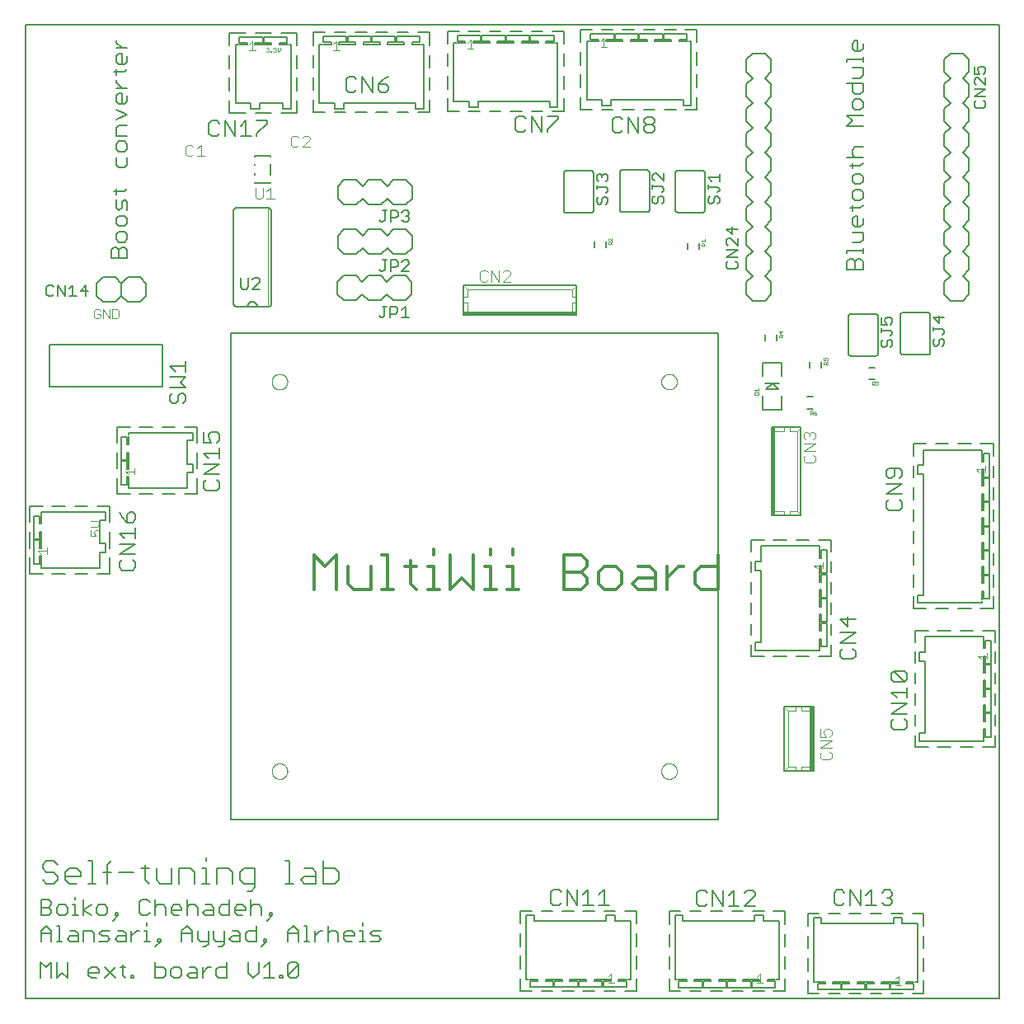
<source format=gto>
G75*
%MOIN*%
%OFA0B0*%
%FSLAX25Y25*%
%IPPOS*%
%LPD*%
%AMOC8*
5,1,8,0,0,1.08239X$1,22.5*
%
%ADD10C,0.00800*%
%ADD11C,0.00600*%
%ADD12C,0.01200*%
%ADD13C,0.00000*%
%ADD14C,0.00300*%
%ADD15C,0.00200*%
%ADD16C,0.00400*%
%ADD17C,0.00500*%
%ADD18C,0.00700*%
%ADD19R,0.45276X0.01476*%
%ADD20R,0.01476X0.35433*%
%ADD21R,0.01476X0.25591*%
%ADD22C,0.00100*%
D10*
X0075655Y0047033D02*
X0469356Y0047033D01*
X0469356Y0440734D01*
X0075655Y0440734D01*
X0075655Y0047033D01*
X0084145Y0093496D02*
X0082610Y0095031D01*
X0084145Y0093496D02*
X0087214Y0093496D01*
X0088749Y0095031D01*
X0088749Y0096565D01*
X0087214Y0098100D01*
X0084145Y0098100D01*
X0082610Y0099635D01*
X0082610Y0101169D01*
X0084145Y0102704D01*
X0087214Y0102704D01*
X0088749Y0101169D01*
X0091818Y0098100D02*
X0091818Y0095031D01*
X0093353Y0093496D01*
X0096422Y0093496D01*
X0097957Y0096565D02*
X0091818Y0096565D01*
X0091818Y0098100D02*
X0093353Y0099635D01*
X0096422Y0099635D01*
X0097957Y0098100D01*
X0097957Y0096565D01*
X0101026Y0093496D02*
X0104095Y0093496D01*
X0102561Y0093496D02*
X0102561Y0102704D01*
X0101026Y0102704D01*
X0107165Y0098100D02*
X0110234Y0098100D01*
X0113303Y0098100D02*
X0119442Y0098100D01*
X0122511Y0099635D02*
X0125580Y0099635D01*
X0124046Y0101169D02*
X0124046Y0095031D01*
X0125580Y0093496D01*
X0128650Y0095031D02*
X0128650Y0099635D01*
X0128650Y0095031D02*
X0130184Y0093496D01*
X0134788Y0093496D01*
X0134788Y0099635D01*
X0137857Y0099635D02*
X0142461Y0099635D01*
X0143996Y0098100D01*
X0143996Y0093496D01*
X0147065Y0093496D02*
X0150135Y0093496D01*
X0148600Y0093496D02*
X0148600Y0099635D01*
X0147065Y0099635D01*
X0148600Y0102704D02*
X0148600Y0104239D01*
X0153204Y0099635D02*
X0157808Y0099635D01*
X0159342Y0098100D01*
X0159342Y0093496D01*
X0162412Y0095031D02*
X0163946Y0093496D01*
X0168550Y0093496D01*
X0168550Y0091961D02*
X0168550Y0099635D01*
X0163946Y0099635D01*
X0162412Y0098100D01*
X0162412Y0095031D01*
X0165481Y0090427D02*
X0167016Y0090427D01*
X0168550Y0091961D01*
X0180827Y0093496D02*
X0183897Y0093496D01*
X0182362Y0093496D02*
X0182362Y0102704D01*
X0180827Y0102704D01*
X0188501Y0099635D02*
X0191570Y0099635D01*
X0193105Y0098100D01*
X0193105Y0093496D01*
X0188501Y0093496D01*
X0186966Y0095031D01*
X0188501Y0096565D01*
X0193105Y0096565D01*
X0196174Y0093496D02*
X0200778Y0093496D01*
X0202312Y0095031D01*
X0202312Y0098100D01*
X0200778Y0099635D01*
X0196174Y0099635D01*
X0196174Y0102704D02*
X0196174Y0093496D01*
X0158726Y0119277D02*
X0355576Y0119277D01*
X0355576Y0316128D01*
X0158726Y0316128D01*
X0158726Y0119277D01*
X0153204Y0099635D02*
X0153204Y0093496D01*
X0137857Y0093496D02*
X0137857Y0099635D01*
X0110234Y0102704D02*
X0108699Y0101169D01*
X0108699Y0093496D01*
X0131108Y0294454D02*
X0085320Y0294454D01*
X0085320Y0311580D01*
X0131108Y0311580D01*
X0131108Y0294454D01*
X0201876Y0331817D02*
X0204376Y0329317D01*
X0209376Y0329317D01*
X0211876Y0331817D01*
X0214376Y0329317D01*
X0219376Y0329317D01*
X0221876Y0331817D01*
X0224376Y0329317D01*
X0229376Y0329317D01*
X0231876Y0331817D01*
X0231876Y0336817D01*
X0229376Y0339317D01*
X0224376Y0339317D01*
X0221876Y0336817D01*
X0219376Y0339317D01*
X0214376Y0339317D01*
X0211876Y0336817D01*
X0209376Y0339317D01*
X0204376Y0339317D01*
X0201876Y0336817D01*
X0201876Y0331817D01*
X0204415Y0348096D02*
X0201915Y0350596D01*
X0201915Y0355596D01*
X0204415Y0358096D01*
X0209415Y0358096D01*
X0211915Y0355596D01*
X0214415Y0358096D01*
X0219415Y0358096D01*
X0221915Y0355596D01*
X0224415Y0358096D01*
X0229415Y0358096D01*
X0231915Y0355596D01*
X0231915Y0350596D01*
X0229415Y0348096D01*
X0224415Y0348096D01*
X0221915Y0350596D01*
X0219415Y0348096D01*
X0214415Y0348096D01*
X0211915Y0350596D01*
X0209415Y0348096D01*
X0204415Y0348096D01*
X0204415Y0368096D02*
X0201915Y0370596D01*
X0201915Y0375596D01*
X0204415Y0378096D01*
X0209415Y0378096D01*
X0211915Y0375596D01*
X0214415Y0378096D01*
X0219415Y0378096D01*
X0221915Y0375596D01*
X0224415Y0378096D01*
X0229415Y0378096D01*
X0231915Y0375596D01*
X0231915Y0370596D01*
X0229415Y0368096D01*
X0224415Y0368096D01*
X0221915Y0370596D01*
X0219415Y0368096D01*
X0214415Y0368096D01*
X0211915Y0370596D01*
X0209415Y0368096D01*
X0204415Y0368096D01*
X0252880Y0335340D02*
X0252880Y0323529D01*
X0298352Y0323529D01*
X0298352Y0335340D01*
X0252880Y0335340D01*
X0367072Y0336620D02*
X0367072Y0331620D01*
X0369572Y0329120D01*
X0374572Y0329120D01*
X0377072Y0331620D01*
X0377072Y0336620D01*
X0374572Y0339120D01*
X0377072Y0341620D01*
X0377072Y0346620D01*
X0374572Y0349120D01*
X0377072Y0351620D01*
X0377072Y0356620D01*
X0374572Y0359120D01*
X0377072Y0361620D01*
X0377072Y0366620D01*
X0374572Y0369120D01*
X0377072Y0371620D01*
X0377072Y0376620D01*
X0374572Y0379120D01*
X0377072Y0381620D01*
X0377072Y0386620D01*
X0374572Y0389120D01*
X0377072Y0391620D01*
X0377072Y0396620D01*
X0374572Y0399120D01*
X0377072Y0401620D01*
X0377072Y0406620D01*
X0374572Y0409120D01*
X0377072Y0411620D01*
X0377072Y0416620D01*
X0374572Y0419120D01*
X0377072Y0421620D01*
X0377072Y0426620D01*
X0374572Y0429120D01*
X0369572Y0429120D01*
X0367072Y0426620D01*
X0367072Y0421620D01*
X0369572Y0419120D01*
X0367072Y0416620D01*
X0367072Y0411620D01*
X0369572Y0409120D01*
X0367072Y0406620D01*
X0367072Y0401620D01*
X0369572Y0399120D01*
X0367072Y0396620D01*
X0367072Y0391620D01*
X0369572Y0389120D01*
X0367072Y0386620D01*
X0367072Y0381620D01*
X0369572Y0379120D01*
X0367072Y0376620D01*
X0367072Y0371620D01*
X0369572Y0369120D01*
X0367072Y0366620D01*
X0367072Y0361620D01*
X0369572Y0359120D01*
X0367072Y0356620D01*
X0367072Y0351620D01*
X0369572Y0349120D01*
X0367072Y0346620D01*
X0367072Y0341620D01*
X0369572Y0339120D01*
X0367072Y0336620D01*
X0373647Y0304159D02*
X0381521Y0304159D01*
X0381521Y0298647D01*
X0380340Y0295891D02*
X0377584Y0295891D01*
X0379946Y0293529D01*
X0375222Y0293529D01*
X0377584Y0295891D01*
X0374828Y0295891D01*
X0373647Y0298647D02*
X0373647Y0304159D01*
X0373647Y0290773D02*
X0373647Y0285261D01*
X0381521Y0285261D01*
X0381521Y0290773D01*
X0377348Y0277998D02*
X0389159Y0277998D01*
X0389159Y0242368D01*
X0377348Y0242368D01*
X0377348Y0277998D01*
X0447072Y0331620D02*
X0449572Y0329120D01*
X0454572Y0329120D01*
X0457072Y0331620D01*
X0457072Y0336620D01*
X0454572Y0339120D01*
X0457072Y0341620D01*
X0457072Y0346620D01*
X0454572Y0349120D01*
X0457072Y0351620D01*
X0457072Y0356620D01*
X0454572Y0359120D01*
X0457072Y0361620D01*
X0457072Y0366620D01*
X0454572Y0369120D01*
X0457072Y0371620D01*
X0457072Y0376620D01*
X0454572Y0379120D01*
X0457072Y0381620D01*
X0457072Y0386620D01*
X0454572Y0389120D01*
X0457072Y0391620D01*
X0457072Y0396620D01*
X0454572Y0399120D01*
X0457072Y0401620D01*
X0457072Y0406620D01*
X0454572Y0409120D01*
X0457072Y0411620D01*
X0457072Y0416620D01*
X0454572Y0419120D01*
X0457072Y0421620D01*
X0457072Y0426620D01*
X0454572Y0429120D01*
X0449572Y0429120D01*
X0447072Y0426620D01*
X0447072Y0421620D01*
X0449572Y0419120D01*
X0447072Y0416620D01*
X0447072Y0411620D01*
X0449572Y0409120D01*
X0447072Y0406620D01*
X0447072Y0401620D01*
X0449572Y0399120D01*
X0447072Y0396620D01*
X0447072Y0391620D01*
X0449572Y0389120D01*
X0447072Y0386620D01*
X0447072Y0381620D01*
X0449572Y0379120D01*
X0447072Y0376620D01*
X0447072Y0371620D01*
X0449572Y0369120D01*
X0447072Y0366620D01*
X0447072Y0361620D01*
X0449572Y0359120D01*
X0447072Y0356620D01*
X0447072Y0351620D01*
X0449572Y0349120D01*
X0447072Y0346620D01*
X0447072Y0341620D01*
X0449572Y0339120D01*
X0447072Y0336620D01*
X0447072Y0331620D01*
X0394277Y0164986D02*
X0382466Y0164986D01*
X0382466Y0139198D01*
X0394277Y0139198D01*
X0394277Y0164986D01*
D11*
X0394080Y0285576D02*
X0391718Y0285576D01*
X0391718Y0290301D02*
X0394080Y0290301D01*
X0392781Y0302230D02*
X0392781Y0304592D01*
X0397506Y0304592D02*
X0397506Y0302230D01*
X0408435Y0307919D02*
X0408435Y0322919D01*
X0408437Y0322979D01*
X0408442Y0323040D01*
X0408451Y0323099D01*
X0408464Y0323158D01*
X0408480Y0323217D01*
X0408500Y0323274D01*
X0408523Y0323329D01*
X0408550Y0323384D01*
X0408579Y0323436D01*
X0408612Y0323487D01*
X0408648Y0323536D01*
X0408686Y0323582D01*
X0408728Y0323626D01*
X0408772Y0323668D01*
X0408818Y0323706D01*
X0408867Y0323742D01*
X0408918Y0323775D01*
X0408970Y0323804D01*
X0409025Y0323831D01*
X0409080Y0323854D01*
X0409137Y0323874D01*
X0409196Y0323890D01*
X0409255Y0323903D01*
X0409314Y0323912D01*
X0409375Y0323917D01*
X0409435Y0323919D01*
X0419435Y0323919D01*
X0419495Y0323917D01*
X0419556Y0323912D01*
X0419615Y0323903D01*
X0419674Y0323890D01*
X0419733Y0323874D01*
X0419790Y0323854D01*
X0419845Y0323831D01*
X0419900Y0323804D01*
X0419952Y0323775D01*
X0420003Y0323742D01*
X0420052Y0323706D01*
X0420098Y0323668D01*
X0420142Y0323626D01*
X0420184Y0323582D01*
X0420222Y0323536D01*
X0420258Y0323487D01*
X0420291Y0323436D01*
X0420320Y0323384D01*
X0420347Y0323329D01*
X0420370Y0323274D01*
X0420390Y0323217D01*
X0420406Y0323158D01*
X0420419Y0323099D01*
X0420428Y0323040D01*
X0420433Y0322979D01*
X0420435Y0322919D01*
X0420435Y0307919D01*
X0420433Y0307859D01*
X0420428Y0307798D01*
X0420419Y0307739D01*
X0420406Y0307680D01*
X0420390Y0307621D01*
X0420370Y0307564D01*
X0420347Y0307509D01*
X0420320Y0307454D01*
X0420291Y0307402D01*
X0420258Y0307351D01*
X0420222Y0307302D01*
X0420184Y0307256D01*
X0420142Y0307212D01*
X0420098Y0307170D01*
X0420052Y0307132D01*
X0420003Y0307096D01*
X0419952Y0307063D01*
X0419900Y0307034D01*
X0419845Y0307007D01*
X0419790Y0306984D01*
X0419733Y0306964D01*
X0419674Y0306948D01*
X0419615Y0306935D01*
X0419556Y0306926D01*
X0419495Y0306921D01*
X0419435Y0306919D01*
X0409435Y0306919D01*
X0409375Y0306921D01*
X0409314Y0306926D01*
X0409255Y0306935D01*
X0409196Y0306948D01*
X0409137Y0306964D01*
X0409080Y0306984D01*
X0409025Y0307007D01*
X0408970Y0307034D01*
X0408918Y0307063D01*
X0408867Y0307096D01*
X0408818Y0307132D01*
X0408772Y0307170D01*
X0408728Y0307212D01*
X0408686Y0307256D01*
X0408648Y0307302D01*
X0408612Y0307351D01*
X0408579Y0307402D01*
X0408550Y0307454D01*
X0408523Y0307509D01*
X0408500Y0307564D01*
X0408480Y0307621D01*
X0408464Y0307680D01*
X0408451Y0307739D01*
X0408442Y0307798D01*
X0408437Y0307859D01*
X0408435Y0307919D01*
X0416679Y0302191D02*
X0419041Y0302191D01*
X0419041Y0297466D02*
X0416679Y0297466D01*
X0429419Y0308431D02*
X0429419Y0323431D01*
X0429421Y0323491D01*
X0429426Y0323552D01*
X0429435Y0323611D01*
X0429448Y0323670D01*
X0429464Y0323729D01*
X0429484Y0323786D01*
X0429507Y0323841D01*
X0429534Y0323896D01*
X0429563Y0323948D01*
X0429596Y0323999D01*
X0429632Y0324048D01*
X0429670Y0324094D01*
X0429712Y0324138D01*
X0429756Y0324180D01*
X0429802Y0324218D01*
X0429851Y0324254D01*
X0429902Y0324287D01*
X0429954Y0324316D01*
X0430009Y0324343D01*
X0430064Y0324366D01*
X0430121Y0324386D01*
X0430180Y0324402D01*
X0430239Y0324415D01*
X0430298Y0324424D01*
X0430359Y0324429D01*
X0430419Y0324431D01*
X0440419Y0324431D01*
X0440479Y0324429D01*
X0440540Y0324424D01*
X0440599Y0324415D01*
X0440658Y0324402D01*
X0440717Y0324386D01*
X0440774Y0324366D01*
X0440829Y0324343D01*
X0440884Y0324316D01*
X0440936Y0324287D01*
X0440987Y0324254D01*
X0441036Y0324218D01*
X0441082Y0324180D01*
X0441126Y0324138D01*
X0441168Y0324094D01*
X0441206Y0324048D01*
X0441242Y0323999D01*
X0441275Y0323948D01*
X0441304Y0323896D01*
X0441331Y0323841D01*
X0441354Y0323786D01*
X0441374Y0323729D01*
X0441390Y0323670D01*
X0441403Y0323611D01*
X0441412Y0323552D01*
X0441417Y0323491D01*
X0441419Y0323431D01*
X0441419Y0308431D01*
X0441417Y0308371D01*
X0441412Y0308310D01*
X0441403Y0308251D01*
X0441390Y0308192D01*
X0441374Y0308133D01*
X0441354Y0308076D01*
X0441331Y0308021D01*
X0441304Y0307966D01*
X0441275Y0307914D01*
X0441242Y0307863D01*
X0441206Y0307814D01*
X0441168Y0307768D01*
X0441126Y0307724D01*
X0441082Y0307682D01*
X0441036Y0307644D01*
X0440987Y0307608D01*
X0440936Y0307575D01*
X0440884Y0307546D01*
X0440829Y0307519D01*
X0440774Y0307496D01*
X0440717Y0307476D01*
X0440658Y0307460D01*
X0440599Y0307447D01*
X0440540Y0307438D01*
X0440479Y0307433D01*
X0440419Y0307431D01*
X0430419Y0307431D01*
X0430359Y0307433D01*
X0430298Y0307438D01*
X0430239Y0307447D01*
X0430180Y0307460D01*
X0430121Y0307476D01*
X0430064Y0307496D01*
X0430009Y0307519D01*
X0429954Y0307546D01*
X0429902Y0307575D01*
X0429851Y0307608D01*
X0429802Y0307644D01*
X0429756Y0307682D01*
X0429712Y0307724D01*
X0429670Y0307768D01*
X0429632Y0307814D01*
X0429596Y0307863D01*
X0429563Y0307914D01*
X0429534Y0307966D01*
X0429507Y0308021D01*
X0429484Y0308076D01*
X0429464Y0308133D01*
X0429448Y0308192D01*
X0429435Y0308251D01*
X0429426Y0308310D01*
X0429421Y0308371D01*
X0429419Y0308431D01*
X0414272Y0341920D02*
X0407867Y0341920D01*
X0407867Y0345122D01*
X0408935Y0346190D01*
X0410002Y0346190D01*
X0411070Y0345122D01*
X0411070Y0341920D01*
X0411070Y0345122D02*
X0412137Y0346190D01*
X0413205Y0346190D01*
X0414272Y0345122D01*
X0414272Y0341920D01*
X0414272Y0348365D02*
X0414272Y0350500D01*
X0414272Y0349433D02*
X0407867Y0349433D01*
X0407867Y0348365D01*
X0410002Y0352662D02*
X0413205Y0352662D01*
X0414272Y0353730D01*
X0414272Y0356932D01*
X0410002Y0356932D01*
X0411070Y0359108D02*
X0410002Y0360175D01*
X0410002Y0362310D01*
X0411070Y0363378D01*
X0412137Y0363378D01*
X0412137Y0359108D01*
X0411070Y0359108D02*
X0413205Y0359108D01*
X0414272Y0360175D01*
X0414272Y0362310D01*
X0413205Y0366621D02*
X0414272Y0367688D01*
X0413205Y0366621D02*
X0408935Y0366621D01*
X0410002Y0367688D02*
X0410002Y0365553D01*
X0411070Y0369850D02*
X0413205Y0369850D01*
X0414272Y0370918D01*
X0414272Y0373053D01*
X0413205Y0374120D01*
X0411070Y0374120D01*
X0410002Y0373053D01*
X0410002Y0370918D01*
X0411070Y0369850D01*
X0411070Y0376296D02*
X0413205Y0376296D01*
X0414272Y0377363D01*
X0414272Y0379498D01*
X0413205Y0380566D01*
X0411070Y0380566D01*
X0410002Y0379498D01*
X0410002Y0377363D01*
X0411070Y0376296D01*
X0410002Y0382741D02*
X0410002Y0384876D01*
X0408935Y0383809D02*
X0413205Y0383809D01*
X0414272Y0384876D01*
X0414272Y0387038D02*
X0407867Y0387038D01*
X0410002Y0388106D02*
X0410002Y0390241D01*
X0411070Y0391308D01*
X0414272Y0391308D01*
X0411070Y0387038D02*
X0410002Y0388106D01*
X0407867Y0399929D02*
X0410002Y0402064D01*
X0407867Y0404199D01*
X0414272Y0404199D01*
X0413205Y0406375D02*
X0414272Y0407442D01*
X0414272Y0409577D01*
X0413205Y0410645D01*
X0411070Y0410645D01*
X0410002Y0409577D01*
X0410002Y0407442D01*
X0411070Y0406375D01*
X0413205Y0406375D01*
X0413205Y0412820D02*
X0411070Y0412820D01*
X0410002Y0413888D01*
X0410002Y0417090D01*
X0407867Y0417090D02*
X0414272Y0417090D01*
X0414272Y0413888D01*
X0413205Y0412820D01*
X0413205Y0419266D02*
X0414272Y0420333D01*
X0414272Y0423536D01*
X0410002Y0423536D01*
X0407867Y0425711D02*
X0407867Y0426779D01*
X0414272Y0426779D01*
X0414272Y0427846D02*
X0414272Y0425711D01*
X0413205Y0430008D02*
X0411070Y0430008D01*
X0410002Y0431076D01*
X0410002Y0433211D01*
X0411070Y0434278D01*
X0412137Y0434278D01*
X0412137Y0430008D01*
X0413205Y0430008D02*
X0414272Y0431076D01*
X0414272Y0433211D01*
X0413205Y0419266D02*
X0410002Y0419266D01*
X0407867Y0399929D02*
X0414272Y0399929D01*
X0350474Y0380911D02*
X0350474Y0365911D01*
X0350472Y0365851D01*
X0350467Y0365790D01*
X0350458Y0365731D01*
X0350445Y0365672D01*
X0350429Y0365613D01*
X0350409Y0365556D01*
X0350386Y0365501D01*
X0350359Y0365446D01*
X0350330Y0365394D01*
X0350297Y0365343D01*
X0350261Y0365294D01*
X0350223Y0365248D01*
X0350181Y0365204D01*
X0350137Y0365162D01*
X0350091Y0365124D01*
X0350042Y0365088D01*
X0349991Y0365055D01*
X0349939Y0365026D01*
X0349884Y0364999D01*
X0349829Y0364976D01*
X0349772Y0364956D01*
X0349713Y0364940D01*
X0349654Y0364927D01*
X0349595Y0364918D01*
X0349534Y0364913D01*
X0349474Y0364911D01*
X0339474Y0364911D01*
X0339414Y0364913D01*
X0339353Y0364918D01*
X0339294Y0364927D01*
X0339235Y0364940D01*
X0339176Y0364956D01*
X0339119Y0364976D01*
X0339064Y0364999D01*
X0339009Y0365026D01*
X0338957Y0365055D01*
X0338906Y0365088D01*
X0338857Y0365124D01*
X0338811Y0365162D01*
X0338767Y0365204D01*
X0338725Y0365248D01*
X0338687Y0365294D01*
X0338651Y0365343D01*
X0338618Y0365394D01*
X0338589Y0365446D01*
X0338562Y0365501D01*
X0338539Y0365556D01*
X0338519Y0365613D01*
X0338503Y0365672D01*
X0338490Y0365731D01*
X0338481Y0365790D01*
X0338476Y0365851D01*
X0338474Y0365911D01*
X0338474Y0380911D01*
X0338476Y0380971D01*
X0338481Y0381032D01*
X0338490Y0381091D01*
X0338503Y0381150D01*
X0338519Y0381209D01*
X0338539Y0381266D01*
X0338562Y0381321D01*
X0338589Y0381376D01*
X0338618Y0381428D01*
X0338651Y0381479D01*
X0338687Y0381528D01*
X0338725Y0381574D01*
X0338767Y0381618D01*
X0338811Y0381660D01*
X0338857Y0381698D01*
X0338906Y0381734D01*
X0338957Y0381767D01*
X0339009Y0381796D01*
X0339064Y0381823D01*
X0339119Y0381846D01*
X0339176Y0381866D01*
X0339235Y0381882D01*
X0339294Y0381895D01*
X0339353Y0381904D01*
X0339414Y0381909D01*
X0339474Y0381911D01*
X0349474Y0381911D01*
X0349534Y0381909D01*
X0349595Y0381904D01*
X0349654Y0381895D01*
X0349713Y0381882D01*
X0349772Y0381866D01*
X0349829Y0381846D01*
X0349884Y0381823D01*
X0349939Y0381796D01*
X0349991Y0381767D01*
X0350042Y0381734D01*
X0350091Y0381698D01*
X0350137Y0381660D01*
X0350181Y0381618D01*
X0350223Y0381574D01*
X0350261Y0381528D01*
X0350297Y0381479D01*
X0350330Y0381428D01*
X0350359Y0381376D01*
X0350386Y0381321D01*
X0350409Y0381266D01*
X0350429Y0381209D01*
X0350445Y0381150D01*
X0350458Y0381091D01*
X0350467Y0381032D01*
X0350472Y0380971D01*
X0350474Y0380911D01*
X0327954Y0381029D02*
X0327954Y0366029D01*
X0327952Y0365969D01*
X0327947Y0365908D01*
X0327938Y0365849D01*
X0327925Y0365790D01*
X0327909Y0365731D01*
X0327889Y0365674D01*
X0327866Y0365619D01*
X0327839Y0365564D01*
X0327810Y0365512D01*
X0327777Y0365461D01*
X0327741Y0365412D01*
X0327703Y0365366D01*
X0327661Y0365322D01*
X0327617Y0365280D01*
X0327571Y0365242D01*
X0327522Y0365206D01*
X0327471Y0365173D01*
X0327419Y0365144D01*
X0327364Y0365117D01*
X0327309Y0365094D01*
X0327252Y0365074D01*
X0327193Y0365058D01*
X0327134Y0365045D01*
X0327075Y0365036D01*
X0327014Y0365031D01*
X0326954Y0365029D01*
X0316954Y0365029D01*
X0316894Y0365031D01*
X0316833Y0365036D01*
X0316774Y0365045D01*
X0316715Y0365058D01*
X0316656Y0365074D01*
X0316599Y0365094D01*
X0316544Y0365117D01*
X0316489Y0365144D01*
X0316437Y0365173D01*
X0316386Y0365206D01*
X0316337Y0365242D01*
X0316291Y0365280D01*
X0316247Y0365322D01*
X0316205Y0365366D01*
X0316167Y0365412D01*
X0316131Y0365461D01*
X0316098Y0365512D01*
X0316069Y0365564D01*
X0316042Y0365619D01*
X0316019Y0365674D01*
X0315999Y0365731D01*
X0315983Y0365790D01*
X0315970Y0365849D01*
X0315961Y0365908D01*
X0315956Y0365969D01*
X0315954Y0366029D01*
X0315954Y0381029D01*
X0315956Y0381089D01*
X0315961Y0381150D01*
X0315970Y0381209D01*
X0315983Y0381268D01*
X0315999Y0381327D01*
X0316019Y0381384D01*
X0316042Y0381439D01*
X0316069Y0381494D01*
X0316098Y0381546D01*
X0316131Y0381597D01*
X0316167Y0381646D01*
X0316205Y0381692D01*
X0316247Y0381736D01*
X0316291Y0381778D01*
X0316337Y0381816D01*
X0316386Y0381852D01*
X0316437Y0381885D01*
X0316489Y0381914D01*
X0316544Y0381941D01*
X0316599Y0381964D01*
X0316656Y0381984D01*
X0316715Y0382000D01*
X0316774Y0382013D01*
X0316833Y0382022D01*
X0316894Y0382027D01*
X0316954Y0382029D01*
X0326954Y0382029D01*
X0327014Y0382027D01*
X0327075Y0382022D01*
X0327134Y0382013D01*
X0327193Y0382000D01*
X0327252Y0381984D01*
X0327309Y0381964D01*
X0327364Y0381941D01*
X0327419Y0381914D01*
X0327471Y0381885D01*
X0327522Y0381852D01*
X0327571Y0381816D01*
X0327617Y0381778D01*
X0327661Y0381736D01*
X0327703Y0381692D01*
X0327741Y0381646D01*
X0327777Y0381597D01*
X0327810Y0381546D01*
X0327839Y0381494D01*
X0327866Y0381439D01*
X0327889Y0381384D01*
X0327909Y0381327D01*
X0327925Y0381268D01*
X0327938Y0381209D01*
X0327947Y0381150D01*
X0327952Y0381089D01*
X0327954Y0381029D01*
X0305317Y0380793D02*
X0305317Y0365793D01*
X0305315Y0365733D01*
X0305310Y0365672D01*
X0305301Y0365613D01*
X0305288Y0365554D01*
X0305272Y0365495D01*
X0305252Y0365438D01*
X0305229Y0365383D01*
X0305202Y0365328D01*
X0305173Y0365276D01*
X0305140Y0365225D01*
X0305104Y0365176D01*
X0305066Y0365130D01*
X0305024Y0365086D01*
X0304980Y0365044D01*
X0304934Y0365006D01*
X0304885Y0364970D01*
X0304834Y0364937D01*
X0304782Y0364908D01*
X0304727Y0364881D01*
X0304672Y0364858D01*
X0304615Y0364838D01*
X0304556Y0364822D01*
X0304497Y0364809D01*
X0304438Y0364800D01*
X0304377Y0364795D01*
X0304317Y0364793D01*
X0294317Y0364793D01*
X0294257Y0364795D01*
X0294196Y0364800D01*
X0294137Y0364809D01*
X0294078Y0364822D01*
X0294019Y0364838D01*
X0293962Y0364858D01*
X0293907Y0364881D01*
X0293852Y0364908D01*
X0293800Y0364937D01*
X0293749Y0364970D01*
X0293700Y0365006D01*
X0293654Y0365044D01*
X0293610Y0365086D01*
X0293568Y0365130D01*
X0293530Y0365176D01*
X0293494Y0365225D01*
X0293461Y0365276D01*
X0293432Y0365328D01*
X0293405Y0365383D01*
X0293382Y0365438D01*
X0293362Y0365495D01*
X0293346Y0365554D01*
X0293333Y0365613D01*
X0293324Y0365672D01*
X0293319Y0365733D01*
X0293317Y0365793D01*
X0293317Y0380793D01*
X0293319Y0380853D01*
X0293324Y0380914D01*
X0293333Y0380973D01*
X0293346Y0381032D01*
X0293362Y0381091D01*
X0293382Y0381148D01*
X0293405Y0381203D01*
X0293432Y0381258D01*
X0293461Y0381310D01*
X0293494Y0381361D01*
X0293530Y0381410D01*
X0293568Y0381456D01*
X0293610Y0381500D01*
X0293654Y0381542D01*
X0293700Y0381580D01*
X0293749Y0381616D01*
X0293800Y0381649D01*
X0293852Y0381678D01*
X0293907Y0381705D01*
X0293962Y0381728D01*
X0294019Y0381748D01*
X0294078Y0381764D01*
X0294137Y0381777D01*
X0294196Y0381786D01*
X0294257Y0381791D01*
X0294317Y0381793D01*
X0304317Y0381793D01*
X0304377Y0381791D01*
X0304438Y0381786D01*
X0304497Y0381777D01*
X0304556Y0381764D01*
X0304615Y0381748D01*
X0304672Y0381728D01*
X0304727Y0381705D01*
X0304782Y0381678D01*
X0304834Y0381649D01*
X0304885Y0381616D01*
X0304934Y0381580D01*
X0304980Y0381542D01*
X0305024Y0381500D01*
X0305066Y0381456D01*
X0305104Y0381410D01*
X0305140Y0381361D01*
X0305173Y0381310D01*
X0305202Y0381258D01*
X0305229Y0381203D01*
X0305252Y0381148D01*
X0305272Y0381091D01*
X0305288Y0381032D01*
X0305301Y0380973D01*
X0305310Y0380914D01*
X0305315Y0380853D01*
X0305317Y0380793D01*
X0305694Y0353076D02*
X0305694Y0350714D01*
X0310419Y0350714D02*
X0310419Y0353076D01*
X0343372Y0352564D02*
X0343372Y0350202D01*
X0348096Y0350202D02*
X0348096Y0352564D01*
X0374710Y0315498D02*
X0374710Y0313135D01*
X0379435Y0313135D02*
X0379435Y0315498D01*
X0175146Y0328336D02*
X0175146Y0365336D01*
X0175144Y0365412D01*
X0175138Y0365488D01*
X0175129Y0365563D01*
X0175115Y0365638D01*
X0175098Y0365712D01*
X0175077Y0365785D01*
X0175053Y0365857D01*
X0175024Y0365928D01*
X0174993Y0365997D01*
X0174958Y0366064D01*
X0174919Y0366129D01*
X0174877Y0366193D01*
X0174832Y0366254D01*
X0174784Y0366313D01*
X0174733Y0366369D01*
X0174679Y0366423D01*
X0174623Y0366474D01*
X0174564Y0366522D01*
X0174503Y0366567D01*
X0174439Y0366609D01*
X0174374Y0366648D01*
X0174307Y0366683D01*
X0174238Y0366714D01*
X0174167Y0366743D01*
X0174095Y0366767D01*
X0174022Y0366788D01*
X0173948Y0366805D01*
X0173873Y0366819D01*
X0173798Y0366828D01*
X0173722Y0366834D01*
X0173646Y0366836D01*
X0161246Y0366836D01*
X0161170Y0366834D01*
X0161094Y0366828D01*
X0161019Y0366819D01*
X0160944Y0366805D01*
X0160870Y0366788D01*
X0160797Y0366767D01*
X0160725Y0366743D01*
X0160654Y0366714D01*
X0160585Y0366683D01*
X0160518Y0366648D01*
X0160453Y0366609D01*
X0160389Y0366567D01*
X0160328Y0366522D01*
X0160269Y0366474D01*
X0160213Y0366423D01*
X0160159Y0366369D01*
X0160108Y0366313D01*
X0160060Y0366254D01*
X0160015Y0366193D01*
X0159973Y0366129D01*
X0159934Y0366064D01*
X0159899Y0365997D01*
X0159868Y0365928D01*
X0159839Y0365857D01*
X0159815Y0365785D01*
X0159794Y0365712D01*
X0159777Y0365638D01*
X0159763Y0365563D01*
X0159754Y0365488D01*
X0159748Y0365412D01*
X0159746Y0365336D01*
X0159746Y0328336D01*
X0159748Y0328260D01*
X0159754Y0328184D01*
X0159763Y0328109D01*
X0159777Y0328034D01*
X0159794Y0327960D01*
X0159815Y0327887D01*
X0159839Y0327815D01*
X0159868Y0327744D01*
X0159899Y0327675D01*
X0159934Y0327608D01*
X0159973Y0327543D01*
X0160015Y0327479D01*
X0160060Y0327418D01*
X0160108Y0327359D01*
X0160159Y0327303D01*
X0160213Y0327249D01*
X0160269Y0327198D01*
X0160328Y0327150D01*
X0160389Y0327105D01*
X0160453Y0327063D01*
X0160518Y0327024D01*
X0160585Y0326989D01*
X0160654Y0326958D01*
X0160725Y0326929D01*
X0160797Y0326905D01*
X0160870Y0326884D01*
X0160944Y0326867D01*
X0161019Y0326853D01*
X0161094Y0326844D01*
X0161170Y0326838D01*
X0161246Y0326836D01*
X0165446Y0326836D01*
X0169446Y0326836D01*
X0173646Y0326836D01*
X0173722Y0326838D01*
X0173798Y0326844D01*
X0173873Y0326853D01*
X0173948Y0326867D01*
X0174022Y0326884D01*
X0174095Y0326905D01*
X0174167Y0326929D01*
X0174238Y0326958D01*
X0174307Y0326989D01*
X0174374Y0327024D01*
X0174439Y0327063D01*
X0174503Y0327105D01*
X0174564Y0327150D01*
X0174623Y0327198D01*
X0174679Y0327249D01*
X0174733Y0327303D01*
X0174784Y0327359D01*
X0174832Y0327418D01*
X0174877Y0327479D01*
X0174919Y0327543D01*
X0174958Y0327608D01*
X0174993Y0327675D01*
X0175024Y0327744D01*
X0175053Y0327815D01*
X0175077Y0327887D01*
X0175098Y0327960D01*
X0175115Y0328034D01*
X0175129Y0328109D01*
X0175138Y0328184D01*
X0175144Y0328260D01*
X0175146Y0328336D01*
X0169446Y0326836D02*
X0169444Y0326924D01*
X0169438Y0327013D01*
X0169428Y0327101D01*
X0169415Y0327188D01*
X0169397Y0327275D01*
X0169376Y0327361D01*
X0169351Y0327446D01*
X0169322Y0327529D01*
X0169289Y0327612D01*
X0169253Y0327692D01*
X0169214Y0327771D01*
X0169171Y0327849D01*
X0169124Y0327924D01*
X0169074Y0327997D01*
X0169021Y0328068D01*
X0168965Y0328137D01*
X0168906Y0328203D01*
X0168844Y0328266D01*
X0168780Y0328326D01*
X0168713Y0328384D01*
X0168643Y0328438D01*
X0168571Y0328490D01*
X0168497Y0328538D01*
X0168420Y0328583D01*
X0168342Y0328624D01*
X0168262Y0328662D01*
X0168181Y0328696D01*
X0168098Y0328727D01*
X0168013Y0328754D01*
X0167928Y0328777D01*
X0167842Y0328796D01*
X0167754Y0328812D01*
X0167667Y0328824D01*
X0167579Y0328832D01*
X0167490Y0328836D01*
X0167402Y0328836D01*
X0167313Y0328832D01*
X0167225Y0328824D01*
X0167138Y0328812D01*
X0167050Y0328796D01*
X0166964Y0328777D01*
X0166879Y0328754D01*
X0166794Y0328727D01*
X0166711Y0328696D01*
X0166630Y0328662D01*
X0166550Y0328624D01*
X0166472Y0328583D01*
X0166395Y0328538D01*
X0166321Y0328490D01*
X0166249Y0328438D01*
X0166179Y0328384D01*
X0166112Y0328326D01*
X0166048Y0328266D01*
X0165986Y0328203D01*
X0165927Y0328137D01*
X0165871Y0328068D01*
X0165818Y0327997D01*
X0165768Y0327924D01*
X0165721Y0327849D01*
X0165678Y0327771D01*
X0165639Y0327692D01*
X0165603Y0327612D01*
X0165570Y0327529D01*
X0165541Y0327446D01*
X0165516Y0327361D01*
X0165495Y0327275D01*
X0165477Y0327188D01*
X0165464Y0327101D01*
X0165454Y0327013D01*
X0165448Y0326924D01*
X0165446Y0326836D01*
X0124494Y0331128D02*
X0121994Y0328628D01*
X0116994Y0328628D01*
X0114494Y0331128D01*
X0111994Y0328628D01*
X0106994Y0328628D01*
X0104494Y0331128D01*
X0104494Y0336128D01*
X0106994Y0338628D01*
X0111994Y0338628D01*
X0114494Y0336128D01*
X0116994Y0338628D01*
X0121994Y0338628D01*
X0124494Y0336128D01*
X0124494Y0331128D01*
X0114494Y0331128D02*
X0114494Y0336128D01*
X0113491Y0346428D02*
X0113491Y0349630D01*
X0114559Y0350698D01*
X0115626Y0350698D01*
X0116694Y0349630D01*
X0116694Y0346428D01*
X0110288Y0346428D01*
X0110288Y0349630D01*
X0111356Y0350698D01*
X0112423Y0350698D01*
X0113491Y0349630D01*
X0113491Y0352873D02*
X0115626Y0352873D01*
X0116694Y0353941D01*
X0116694Y0356076D01*
X0115626Y0357143D01*
X0113491Y0357143D01*
X0112423Y0356076D01*
X0112423Y0353941D01*
X0113491Y0352873D01*
X0113491Y0359319D02*
X0115626Y0359319D01*
X0116694Y0360386D01*
X0116694Y0362521D01*
X0115626Y0363589D01*
X0113491Y0363589D01*
X0112423Y0362521D01*
X0112423Y0360386D01*
X0113491Y0359319D01*
X0113491Y0365764D02*
X0112423Y0366832D01*
X0112423Y0370034D01*
X0112423Y0372210D02*
X0112423Y0374345D01*
X0111356Y0373277D02*
X0115626Y0373277D01*
X0116694Y0374345D01*
X0115626Y0370034D02*
X0114559Y0368967D01*
X0114559Y0366832D01*
X0113491Y0365764D01*
X0116694Y0365764D02*
X0116694Y0368967D01*
X0115626Y0370034D01*
X0115626Y0382952D02*
X0116694Y0384020D01*
X0116694Y0387222D01*
X0115626Y0389398D02*
X0116694Y0390465D01*
X0116694Y0392600D01*
X0115626Y0393668D01*
X0113491Y0393668D01*
X0112423Y0392600D01*
X0112423Y0390465D01*
X0113491Y0389398D01*
X0115626Y0389398D01*
X0112423Y0387222D02*
X0112423Y0384020D01*
X0113491Y0382952D01*
X0115626Y0382952D01*
X0116694Y0395843D02*
X0112423Y0395843D01*
X0112423Y0399046D01*
X0113491Y0400113D01*
X0116694Y0400113D01*
X0116694Y0404424D02*
X0112423Y0402289D01*
X0112423Y0406559D02*
X0116694Y0404424D01*
X0115626Y0408734D02*
X0113491Y0408734D01*
X0112423Y0409802D01*
X0112423Y0411937D01*
X0113491Y0413004D01*
X0114559Y0413004D01*
X0114559Y0408734D01*
X0115626Y0408734D02*
X0116694Y0409802D01*
X0116694Y0411937D01*
X0116694Y0415180D02*
X0112423Y0415180D01*
X0112423Y0417315D02*
X0112423Y0418382D01*
X0112423Y0417315D02*
X0114559Y0415180D01*
X0112423Y0420551D02*
X0112423Y0422686D01*
X0111356Y0421618D02*
X0115626Y0421618D01*
X0116694Y0422686D01*
X0115626Y0424848D02*
X0113491Y0424848D01*
X0112423Y0425915D01*
X0112423Y0428051D01*
X0113491Y0429118D01*
X0114559Y0429118D01*
X0114559Y0424848D01*
X0115626Y0424848D02*
X0116694Y0425915D01*
X0116694Y0428051D01*
X0116694Y0431293D02*
X0112423Y0431293D01*
X0112423Y0433428D02*
X0114559Y0431293D01*
X0112423Y0433428D02*
X0112423Y0434496D01*
X0168470Y0387887D02*
X0168470Y0387517D01*
X0168470Y0387887D02*
X0174848Y0387887D01*
X0174848Y0387517D01*
X0174848Y0384344D02*
X0174848Y0380234D01*
X0174848Y0377061D02*
X0174848Y0376691D01*
X0168470Y0376691D01*
X0168470Y0377061D01*
X0168470Y0380234D02*
X0168470Y0380604D01*
X0168470Y0383974D02*
X0168470Y0384344D01*
X0095878Y0088141D02*
X0095878Y0087073D01*
X0095878Y0084938D02*
X0095878Y0080668D01*
X0094811Y0080668D02*
X0096946Y0080668D01*
X0099108Y0080668D02*
X0099108Y0087073D01*
X0102310Y0084938D02*
X0099108Y0082803D01*
X0102310Y0080668D01*
X0104479Y0081735D02*
X0105546Y0080668D01*
X0107682Y0080668D01*
X0108749Y0081735D01*
X0108749Y0083870D01*
X0107682Y0084938D01*
X0105546Y0084938D01*
X0104479Y0083870D01*
X0104479Y0081735D01*
X0110924Y0078533D02*
X0113060Y0080668D01*
X0111992Y0080668D01*
X0111992Y0081735D01*
X0113060Y0081735D01*
X0113060Y0080668D01*
X0113066Y0074438D02*
X0115201Y0074438D01*
X0116269Y0073370D01*
X0116269Y0070168D01*
X0113066Y0070168D01*
X0111999Y0071235D01*
X0113066Y0072303D01*
X0116269Y0072303D01*
X0118444Y0072303D02*
X0120579Y0074438D01*
X0121647Y0074438D01*
X0123815Y0074438D02*
X0124883Y0074438D01*
X0124883Y0070168D01*
X0123815Y0070168D02*
X0125951Y0070168D01*
X0128112Y0068033D02*
X0130248Y0070168D01*
X0129180Y0070168D01*
X0129180Y0071235D01*
X0130248Y0071235D01*
X0130248Y0070168D01*
X0124883Y0076573D02*
X0124883Y0077641D01*
X0124870Y0080668D02*
X0125937Y0081735D01*
X0124870Y0080668D02*
X0122734Y0080668D01*
X0121667Y0081735D01*
X0121667Y0086006D01*
X0122734Y0087073D01*
X0124870Y0087073D01*
X0125937Y0086006D01*
X0128112Y0087073D02*
X0128112Y0080668D01*
X0128112Y0083870D02*
X0129180Y0084938D01*
X0131315Y0084938D01*
X0132383Y0083870D01*
X0132383Y0080668D01*
X0134558Y0081735D02*
X0134558Y0083870D01*
X0135625Y0084938D01*
X0137761Y0084938D01*
X0138828Y0083870D01*
X0138828Y0082803D01*
X0134558Y0082803D01*
X0134558Y0081735D02*
X0135625Y0080668D01*
X0137761Y0080668D01*
X0141003Y0080668D02*
X0141003Y0087073D01*
X0142071Y0084938D02*
X0144206Y0084938D01*
X0145274Y0083870D01*
X0145274Y0080668D01*
X0147449Y0081735D02*
X0148516Y0082803D01*
X0151719Y0082803D01*
X0151719Y0083870D02*
X0151719Y0080668D01*
X0148516Y0080668D01*
X0147449Y0081735D01*
X0148516Y0084938D02*
X0150652Y0084938D01*
X0151719Y0083870D01*
X0153894Y0083870D02*
X0154962Y0084938D01*
X0158165Y0084938D01*
X0158165Y0087073D02*
X0158165Y0080668D01*
X0154962Y0080668D01*
X0153894Y0081735D01*
X0153894Y0083870D01*
X0160340Y0083870D02*
X0160340Y0081735D01*
X0161407Y0080668D01*
X0163543Y0080668D01*
X0164610Y0082803D02*
X0160340Y0082803D01*
X0160340Y0083870D02*
X0161407Y0084938D01*
X0163543Y0084938D01*
X0164610Y0083870D01*
X0164610Y0082803D01*
X0166785Y0083870D02*
X0167853Y0084938D01*
X0169988Y0084938D01*
X0171056Y0083870D01*
X0171056Y0080668D01*
X0173231Y0078533D02*
X0175366Y0080668D01*
X0174298Y0080668D01*
X0174298Y0081735D01*
X0175366Y0081735D01*
X0175366Y0080668D01*
X0181825Y0074438D02*
X0183960Y0076573D01*
X0186095Y0074438D01*
X0186095Y0070168D01*
X0188270Y0070168D02*
X0190406Y0070168D01*
X0189338Y0070168D02*
X0189338Y0076573D01*
X0188270Y0076573D01*
X0186095Y0073370D02*
X0181825Y0073370D01*
X0181825Y0074438D02*
X0181825Y0070168D01*
X0182833Y0061829D02*
X0184969Y0061829D01*
X0186036Y0060762D01*
X0181766Y0056491D01*
X0182833Y0055424D01*
X0184969Y0055424D01*
X0186036Y0056491D01*
X0186036Y0060762D01*
X0182833Y0061829D02*
X0181766Y0060762D01*
X0181766Y0056491D01*
X0179611Y0056491D02*
X0179611Y0055424D01*
X0178543Y0055424D01*
X0178543Y0056491D01*
X0179611Y0056491D01*
X0176368Y0055424D02*
X0172098Y0055424D01*
X0174233Y0055424D02*
X0174233Y0061829D01*
X0172098Y0059694D01*
X0169922Y0057559D02*
X0169922Y0061829D01*
X0165652Y0061829D02*
X0165652Y0057559D01*
X0167787Y0055424D01*
X0169922Y0057559D01*
X0171082Y0068033D02*
X0173218Y0070168D01*
X0172150Y0070168D01*
X0172150Y0071235D01*
X0173218Y0071235D01*
X0173218Y0070168D01*
X0168907Y0070168D02*
X0168907Y0076573D01*
X0168907Y0074438D02*
X0165704Y0074438D01*
X0164637Y0073370D01*
X0164637Y0071235D01*
X0165704Y0070168D01*
X0168907Y0070168D01*
X0162462Y0070168D02*
X0162462Y0073370D01*
X0161394Y0074438D01*
X0159259Y0074438D01*
X0159259Y0072303D02*
X0162462Y0072303D01*
X0162462Y0070168D02*
X0159259Y0070168D01*
X0158191Y0071235D01*
X0159259Y0072303D01*
X0156016Y0074438D02*
X0156016Y0069100D01*
X0154949Y0068033D01*
X0153881Y0068033D01*
X0152813Y0070168D02*
X0156016Y0070168D01*
X0152813Y0070168D02*
X0151746Y0071235D01*
X0151746Y0074438D01*
X0149571Y0074438D02*
X0149571Y0069100D01*
X0148503Y0068033D01*
X0147436Y0068033D01*
X0146368Y0070168D02*
X0149571Y0070168D01*
X0146368Y0070168D02*
X0145300Y0071235D01*
X0145300Y0074438D01*
X0143125Y0074438D02*
X0143125Y0070168D01*
X0143125Y0073370D02*
X0138855Y0073370D01*
X0138855Y0074438D02*
X0140990Y0076573D01*
X0143125Y0074438D01*
X0138855Y0074438D02*
X0138855Y0070168D01*
X0137702Y0059694D02*
X0135566Y0059694D01*
X0134499Y0058626D01*
X0134499Y0056491D01*
X0135566Y0055424D01*
X0137702Y0055424D01*
X0138769Y0056491D01*
X0138769Y0058626D01*
X0137702Y0059694D01*
X0142012Y0059694D02*
X0144147Y0059694D01*
X0145215Y0058626D01*
X0145215Y0055424D01*
X0142012Y0055424D01*
X0140944Y0056491D01*
X0142012Y0057559D01*
X0145215Y0057559D01*
X0147390Y0057559D02*
X0149525Y0059694D01*
X0150593Y0059694D01*
X0152761Y0058626D02*
X0153829Y0059694D01*
X0157031Y0059694D01*
X0157031Y0061829D02*
X0157031Y0055424D01*
X0153829Y0055424D01*
X0152761Y0056491D01*
X0152761Y0058626D01*
X0147390Y0059694D02*
X0147390Y0055424D01*
X0132324Y0056491D02*
X0132324Y0058626D01*
X0131256Y0059694D01*
X0128053Y0059694D01*
X0128053Y0061829D02*
X0128053Y0055424D01*
X0131256Y0055424D01*
X0132324Y0056491D01*
X0119453Y0056491D02*
X0119453Y0055424D01*
X0118385Y0055424D01*
X0118385Y0056491D01*
X0119453Y0056491D01*
X0116223Y0055424D02*
X0115156Y0056491D01*
X0115156Y0060762D01*
X0116223Y0059694D02*
X0114088Y0059694D01*
X0111913Y0059694D02*
X0107643Y0055424D01*
X0105467Y0057559D02*
X0105467Y0058626D01*
X0104400Y0059694D01*
X0102265Y0059694D01*
X0101197Y0058626D01*
X0101197Y0056491D01*
X0102265Y0055424D01*
X0104400Y0055424D01*
X0105467Y0057559D02*
X0101197Y0057559D01*
X0107643Y0059694D02*
X0111913Y0055424D01*
X0108756Y0070168D02*
X0105553Y0070168D01*
X0103378Y0070168D02*
X0103378Y0073370D01*
X0102310Y0074438D01*
X0099108Y0074438D01*
X0099108Y0070168D01*
X0096932Y0070168D02*
X0093730Y0070168D01*
X0092662Y0071235D01*
X0093730Y0072303D01*
X0096932Y0072303D01*
X0096932Y0073370D02*
X0096932Y0070168D01*
X0096932Y0073370D02*
X0095865Y0074438D01*
X0093730Y0074438D01*
X0089433Y0076573D02*
X0089433Y0070168D01*
X0090500Y0070168D02*
X0088365Y0070168D01*
X0086190Y0070168D02*
X0086190Y0074438D01*
X0084055Y0076573D01*
X0081920Y0074438D01*
X0081920Y0070168D01*
X0081920Y0073370D02*
X0086190Y0073370D01*
X0088365Y0076573D02*
X0089433Y0076573D01*
X0089433Y0080668D02*
X0088365Y0081735D01*
X0088365Y0083870D01*
X0089433Y0084938D01*
X0091568Y0084938D01*
X0092635Y0083870D01*
X0092635Y0081735D01*
X0091568Y0080668D01*
X0089433Y0080668D01*
X0086190Y0081735D02*
X0085122Y0080668D01*
X0081920Y0080668D01*
X0081920Y0087073D01*
X0085122Y0087073D01*
X0086190Y0086006D01*
X0086190Y0084938D01*
X0085122Y0083870D01*
X0081920Y0083870D01*
X0085122Y0083870D02*
X0086190Y0082803D01*
X0086190Y0081735D01*
X0094811Y0084938D02*
X0095878Y0084938D01*
X0106621Y0074438D02*
X0105553Y0073370D01*
X0106621Y0072303D01*
X0108756Y0072303D01*
X0109823Y0071235D01*
X0108756Y0070168D01*
X0109823Y0074438D02*
X0106621Y0074438D01*
X0118444Y0074438D02*
X0118444Y0070168D01*
X0141003Y0083870D02*
X0142071Y0084938D01*
X0166785Y0087073D02*
X0166785Y0080668D01*
X0192567Y0074438D02*
X0192567Y0070168D01*
X0192567Y0072303D02*
X0194703Y0074438D01*
X0195770Y0074438D01*
X0197939Y0073370D02*
X0199006Y0074438D01*
X0201141Y0074438D01*
X0202209Y0073370D01*
X0202209Y0070168D01*
X0204384Y0071235D02*
X0204384Y0073370D01*
X0205452Y0074438D01*
X0207587Y0074438D01*
X0208654Y0073370D01*
X0208654Y0072303D01*
X0204384Y0072303D01*
X0204384Y0071235D02*
X0205452Y0070168D01*
X0207587Y0070168D01*
X0210830Y0070168D02*
X0212965Y0070168D01*
X0211897Y0070168D02*
X0211897Y0074438D01*
X0210830Y0074438D01*
X0211897Y0076573D02*
X0211897Y0077641D01*
X0215127Y0073370D02*
X0216194Y0072303D01*
X0218329Y0072303D01*
X0219397Y0071235D01*
X0218329Y0070168D01*
X0215127Y0070168D01*
X0215127Y0073370D02*
X0216194Y0074438D01*
X0219397Y0074438D01*
X0197939Y0076573D02*
X0197939Y0070168D01*
X0092576Y0061829D02*
X0092576Y0055424D01*
X0090441Y0057559D01*
X0088306Y0055424D01*
X0088306Y0061829D01*
X0086131Y0061829D02*
X0086131Y0055424D01*
X0081861Y0055424D02*
X0081861Y0061829D01*
X0083996Y0059694D01*
X0086131Y0061829D01*
D12*
X0192259Y0212535D02*
X0192259Y0226346D01*
X0196863Y0221743D01*
X0201467Y0226346D01*
X0201467Y0212535D01*
X0206071Y0214837D02*
X0208373Y0212535D01*
X0215279Y0212535D01*
X0215279Y0221743D01*
X0219883Y0226346D02*
X0222185Y0226346D01*
X0222185Y0212535D01*
X0219883Y0212535D02*
X0224487Y0212535D01*
X0231392Y0214837D02*
X0233694Y0212535D01*
X0231392Y0214837D02*
X0231392Y0224044D01*
X0229091Y0221743D02*
X0233694Y0221743D01*
X0238298Y0221743D02*
X0240600Y0221743D01*
X0240600Y0212535D01*
X0238298Y0212535D02*
X0242902Y0212535D01*
X0247506Y0212535D02*
X0252110Y0217139D01*
X0256714Y0212535D01*
X0256714Y0226346D01*
X0261318Y0221743D02*
X0263620Y0221743D01*
X0263620Y0212535D01*
X0261318Y0212535D02*
X0265922Y0212535D01*
X0270526Y0212535D02*
X0275130Y0212535D01*
X0272828Y0212535D02*
X0272828Y0221743D01*
X0270526Y0221743D01*
X0272828Y0226346D02*
X0272828Y0228648D01*
X0263620Y0228648D02*
X0263620Y0226346D01*
X0247506Y0226346D02*
X0247506Y0212535D01*
X0240600Y0226346D02*
X0240600Y0228648D01*
X0206071Y0221743D02*
X0206071Y0214837D01*
X0293546Y0212535D02*
X0300451Y0212535D01*
X0302753Y0214837D01*
X0302753Y0217139D01*
X0300451Y0219441D01*
X0293546Y0219441D01*
X0293546Y0226346D02*
X0300451Y0226346D01*
X0302753Y0224044D01*
X0302753Y0221743D01*
X0300451Y0219441D01*
X0307357Y0219441D02*
X0307357Y0214837D01*
X0309659Y0212535D01*
X0314263Y0212535D01*
X0316565Y0214837D01*
X0316565Y0219441D01*
X0314263Y0221743D01*
X0309659Y0221743D01*
X0307357Y0219441D01*
X0293546Y0226346D02*
X0293546Y0212535D01*
X0321169Y0214837D02*
X0323471Y0212535D01*
X0330377Y0212535D01*
X0330377Y0219441D01*
X0328075Y0221743D01*
X0323471Y0221743D01*
X0323471Y0217139D02*
X0330377Y0217139D01*
X0334981Y0217139D02*
X0339585Y0221743D01*
X0341887Y0221743D01*
X0346491Y0219441D02*
X0346491Y0214837D01*
X0348793Y0212535D01*
X0355699Y0212535D01*
X0355699Y0226346D01*
X0355699Y0221743D02*
X0348793Y0221743D01*
X0346491Y0219441D01*
X0334981Y0221743D02*
X0334981Y0212535D01*
X0323471Y0217139D02*
X0321169Y0214837D01*
D13*
X0332741Y0138962D02*
X0332743Y0139074D01*
X0332749Y0139185D01*
X0332759Y0139297D01*
X0332773Y0139408D01*
X0332790Y0139518D01*
X0332812Y0139628D01*
X0332838Y0139737D01*
X0332867Y0139845D01*
X0332900Y0139951D01*
X0332937Y0140057D01*
X0332978Y0140161D01*
X0333023Y0140264D01*
X0333071Y0140365D01*
X0333122Y0140464D01*
X0333177Y0140561D01*
X0333236Y0140656D01*
X0333297Y0140750D01*
X0333362Y0140841D01*
X0333431Y0140929D01*
X0333502Y0141015D01*
X0333576Y0141099D01*
X0333654Y0141179D01*
X0333734Y0141257D01*
X0333817Y0141333D01*
X0333902Y0141405D01*
X0333990Y0141474D01*
X0334080Y0141540D01*
X0334173Y0141602D01*
X0334268Y0141662D01*
X0334365Y0141718D01*
X0334463Y0141770D01*
X0334564Y0141819D01*
X0334666Y0141864D01*
X0334770Y0141906D01*
X0334875Y0141944D01*
X0334982Y0141978D01*
X0335089Y0142008D01*
X0335198Y0142035D01*
X0335307Y0142057D01*
X0335418Y0142076D01*
X0335528Y0142091D01*
X0335640Y0142102D01*
X0335751Y0142109D01*
X0335863Y0142112D01*
X0335975Y0142111D01*
X0336087Y0142106D01*
X0336198Y0142097D01*
X0336309Y0142084D01*
X0336420Y0142067D01*
X0336530Y0142047D01*
X0336639Y0142022D01*
X0336747Y0141994D01*
X0336854Y0141961D01*
X0336960Y0141925D01*
X0337064Y0141885D01*
X0337167Y0141842D01*
X0337269Y0141795D01*
X0337368Y0141744D01*
X0337466Y0141690D01*
X0337562Y0141632D01*
X0337656Y0141571D01*
X0337747Y0141507D01*
X0337836Y0141440D01*
X0337923Y0141369D01*
X0338007Y0141295D01*
X0338089Y0141219D01*
X0338167Y0141139D01*
X0338243Y0141057D01*
X0338316Y0140972D01*
X0338386Y0140885D01*
X0338452Y0140795D01*
X0338516Y0140703D01*
X0338576Y0140609D01*
X0338633Y0140513D01*
X0338686Y0140414D01*
X0338736Y0140314D01*
X0338782Y0140213D01*
X0338825Y0140109D01*
X0338864Y0140004D01*
X0338899Y0139898D01*
X0338930Y0139791D01*
X0338958Y0139682D01*
X0338981Y0139573D01*
X0339001Y0139463D01*
X0339017Y0139352D01*
X0339029Y0139241D01*
X0339037Y0139130D01*
X0339041Y0139018D01*
X0339041Y0138906D01*
X0339037Y0138794D01*
X0339029Y0138683D01*
X0339017Y0138572D01*
X0339001Y0138461D01*
X0338981Y0138351D01*
X0338958Y0138242D01*
X0338930Y0138133D01*
X0338899Y0138026D01*
X0338864Y0137920D01*
X0338825Y0137815D01*
X0338782Y0137711D01*
X0338736Y0137610D01*
X0338686Y0137510D01*
X0338633Y0137411D01*
X0338576Y0137315D01*
X0338516Y0137221D01*
X0338452Y0137129D01*
X0338386Y0137039D01*
X0338316Y0136952D01*
X0338243Y0136867D01*
X0338167Y0136785D01*
X0338089Y0136705D01*
X0338007Y0136629D01*
X0337923Y0136555D01*
X0337836Y0136484D01*
X0337747Y0136417D01*
X0337656Y0136353D01*
X0337562Y0136292D01*
X0337466Y0136234D01*
X0337368Y0136180D01*
X0337269Y0136129D01*
X0337167Y0136082D01*
X0337064Y0136039D01*
X0336960Y0135999D01*
X0336854Y0135963D01*
X0336747Y0135930D01*
X0336639Y0135902D01*
X0336530Y0135877D01*
X0336420Y0135857D01*
X0336309Y0135840D01*
X0336198Y0135827D01*
X0336087Y0135818D01*
X0335975Y0135813D01*
X0335863Y0135812D01*
X0335751Y0135815D01*
X0335640Y0135822D01*
X0335528Y0135833D01*
X0335418Y0135848D01*
X0335307Y0135867D01*
X0335198Y0135889D01*
X0335089Y0135916D01*
X0334982Y0135946D01*
X0334875Y0135980D01*
X0334770Y0136018D01*
X0334666Y0136060D01*
X0334564Y0136105D01*
X0334463Y0136154D01*
X0334365Y0136206D01*
X0334268Y0136262D01*
X0334173Y0136322D01*
X0334080Y0136384D01*
X0333990Y0136450D01*
X0333902Y0136519D01*
X0333817Y0136591D01*
X0333734Y0136667D01*
X0333654Y0136745D01*
X0333576Y0136825D01*
X0333502Y0136909D01*
X0333431Y0136995D01*
X0333362Y0137083D01*
X0333297Y0137174D01*
X0333236Y0137268D01*
X0333177Y0137363D01*
X0333122Y0137460D01*
X0333071Y0137559D01*
X0333023Y0137660D01*
X0332978Y0137763D01*
X0332937Y0137867D01*
X0332900Y0137973D01*
X0332867Y0138079D01*
X0332838Y0138187D01*
X0332812Y0138296D01*
X0332790Y0138406D01*
X0332773Y0138516D01*
X0332759Y0138627D01*
X0332749Y0138739D01*
X0332743Y0138850D01*
X0332741Y0138962D01*
X0175261Y0138962D02*
X0175263Y0139074D01*
X0175269Y0139185D01*
X0175279Y0139297D01*
X0175293Y0139408D01*
X0175310Y0139518D01*
X0175332Y0139628D01*
X0175358Y0139737D01*
X0175387Y0139845D01*
X0175420Y0139951D01*
X0175457Y0140057D01*
X0175498Y0140161D01*
X0175543Y0140264D01*
X0175591Y0140365D01*
X0175642Y0140464D01*
X0175697Y0140561D01*
X0175756Y0140656D01*
X0175817Y0140750D01*
X0175882Y0140841D01*
X0175951Y0140929D01*
X0176022Y0141015D01*
X0176096Y0141099D01*
X0176174Y0141179D01*
X0176254Y0141257D01*
X0176337Y0141333D01*
X0176422Y0141405D01*
X0176510Y0141474D01*
X0176600Y0141540D01*
X0176693Y0141602D01*
X0176788Y0141662D01*
X0176885Y0141718D01*
X0176983Y0141770D01*
X0177084Y0141819D01*
X0177186Y0141864D01*
X0177290Y0141906D01*
X0177395Y0141944D01*
X0177502Y0141978D01*
X0177609Y0142008D01*
X0177718Y0142035D01*
X0177827Y0142057D01*
X0177938Y0142076D01*
X0178048Y0142091D01*
X0178160Y0142102D01*
X0178271Y0142109D01*
X0178383Y0142112D01*
X0178495Y0142111D01*
X0178607Y0142106D01*
X0178718Y0142097D01*
X0178829Y0142084D01*
X0178940Y0142067D01*
X0179050Y0142047D01*
X0179159Y0142022D01*
X0179267Y0141994D01*
X0179374Y0141961D01*
X0179480Y0141925D01*
X0179584Y0141885D01*
X0179687Y0141842D01*
X0179789Y0141795D01*
X0179888Y0141744D01*
X0179986Y0141690D01*
X0180082Y0141632D01*
X0180176Y0141571D01*
X0180267Y0141507D01*
X0180356Y0141440D01*
X0180443Y0141369D01*
X0180527Y0141295D01*
X0180609Y0141219D01*
X0180687Y0141139D01*
X0180763Y0141057D01*
X0180836Y0140972D01*
X0180906Y0140885D01*
X0180972Y0140795D01*
X0181036Y0140703D01*
X0181096Y0140609D01*
X0181153Y0140513D01*
X0181206Y0140414D01*
X0181256Y0140314D01*
X0181302Y0140213D01*
X0181345Y0140109D01*
X0181384Y0140004D01*
X0181419Y0139898D01*
X0181450Y0139791D01*
X0181478Y0139682D01*
X0181501Y0139573D01*
X0181521Y0139463D01*
X0181537Y0139352D01*
X0181549Y0139241D01*
X0181557Y0139130D01*
X0181561Y0139018D01*
X0181561Y0138906D01*
X0181557Y0138794D01*
X0181549Y0138683D01*
X0181537Y0138572D01*
X0181521Y0138461D01*
X0181501Y0138351D01*
X0181478Y0138242D01*
X0181450Y0138133D01*
X0181419Y0138026D01*
X0181384Y0137920D01*
X0181345Y0137815D01*
X0181302Y0137711D01*
X0181256Y0137610D01*
X0181206Y0137510D01*
X0181153Y0137411D01*
X0181096Y0137315D01*
X0181036Y0137221D01*
X0180972Y0137129D01*
X0180906Y0137039D01*
X0180836Y0136952D01*
X0180763Y0136867D01*
X0180687Y0136785D01*
X0180609Y0136705D01*
X0180527Y0136629D01*
X0180443Y0136555D01*
X0180356Y0136484D01*
X0180267Y0136417D01*
X0180176Y0136353D01*
X0180082Y0136292D01*
X0179986Y0136234D01*
X0179888Y0136180D01*
X0179789Y0136129D01*
X0179687Y0136082D01*
X0179584Y0136039D01*
X0179480Y0135999D01*
X0179374Y0135963D01*
X0179267Y0135930D01*
X0179159Y0135902D01*
X0179050Y0135877D01*
X0178940Y0135857D01*
X0178829Y0135840D01*
X0178718Y0135827D01*
X0178607Y0135818D01*
X0178495Y0135813D01*
X0178383Y0135812D01*
X0178271Y0135815D01*
X0178160Y0135822D01*
X0178048Y0135833D01*
X0177938Y0135848D01*
X0177827Y0135867D01*
X0177718Y0135889D01*
X0177609Y0135916D01*
X0177502Y0135946D01*
X0177395Y0135980D01*
X0177290Y0136018D01*
X0177186Y0136060D01*
X0177084Y0136105D01*
X0176983Y0136154D01*
X0176885Y0136206D01*
X0176788Y0136262D01*
X0176693Y0136322D01*
X0176600Y0136384D01*
X0176510Y0136450D01*
X0176422Y0136519D01*
X0176337Y0136591D01*
X0176254Y0136667D01*
X0176174Y0136745D01*
X0176096Y0136825D01*
X0176022Y0136909D01*
X0175951Y0136995D01*
X0175882Y0137083D01*
X0175817Y0137174D01*
X0175756Y0137268D01*
X0175697Y0137363D01*
X0175642Y0137460D01*
X0175591Y0137559D01*
X0175543Y0137660D01*
X0175498Y0137763D01*
X0175457Y0137867D01*
X0175420Y0137973D01*
X0175387Y0138079D01*
X0175358Y0138187D01*
X0175332Y0138296D01*
X0175310Y0138406D01*
X0175293Y0138516D01*
X0175279Y0138627D01*
X0175269Y0138739D01*
X0175263Y0138850D01*
X0175261Y0138962D01*
X0175261Y0296443D02*
X0175263Y0296555D01*
X0175269Y0296666D01*
X0175279Y0296778D01*
X0175293Y0296889D01*
X0175310Y0296999D01*
X0175332Y0297109D01*
X0175358Y0297218D01*
X0175387Y0297326D01*
X0175420Y0297432D01*
X0175457Y0297538D01*
X0175498Y0297642D01*
X0175543Y0297745D01*
X0175591Y0297846D01*
X0175642Y0297945D01*
X0175697Y0298042D01*
X0175756Y0298137D01*
X0175817Y0298231D01*
X0175882Y0298322D01*
X0175951Y0298410D01*
X0176022Y0298496D01*
X0176096Y0298580D01*
X0176174Y0298660D01*
X0176254Y0298738D01*
X0176337Y0298814D01*
X0176422Y0298886D01*
X0176510Y0298955D01*
X0176600Y0299021D01*
X0176693Y0299083D01*
X0176788Y0299143D01*
X0176885Y0299199D01*
X0176983Y0299251D01*
X0177084Y0299300D01*
X0177186Y0299345D01*
X0177290Y0299387D01*
X0177395Y0299425D01*
X0177502Y0299459D01*
X0177609Y0299489D01*
X0177718Y0299516D01*
X0177827Y0299538D01*
X0177938Y0299557D01*
X0178048Y0299572D01*
X0178160Y0299583D01*
X0178271Y0299590D01*
X0178383Y0299593D01*
X0178495Y0299592D01*
X0178607Y0299587D01*
X0178718Y0299578D01*
X0178829Y0299565D01*
X0178940Y0299548D01*
X0179050Y0299528D01*
X0179159Y0299503D01*
X0179267Y0299475D01*
X0179374Y0299442D01*
X0179480Y0299406D01*
X0179584Y0299366D01*
X0179687Y0299323D01*
X0179789Y0299276D01*
X0179888Y0299225D01*
X0179986Y0299171D01*
X0180082Y0299113D01*
X0180176Y0299052D01*
X0180267Y0298988D01*
X0180356Y0298921D01*
X0180443Y0298850D01*
X0180527Y0298776D01*
X0180609Y0298700D01*
X0180687Y0298620D01*
X0180763Y0298538D01*
X0180836Y0298453D01*
X0180906Y0298366D01*
X0180972Y0298276D01*
X0181036Y0298184D01*
X0181096Y0298090D01*
X0181153Y0297994D01*
X0181206Y0297895D01*
X0181256Y0297795D01*
X0181302Y0297694D01*
X0181345Y0297590D01*
X0181384Y0297485D01*
X0181419Y0297379D01*
X0181450Y0297272D01*
X0181478Y0297163D01*
X0181501Y0297054D01*
X0181521Y0296944D01*
X0181537Y0296833D01*
X0181549Y0296722D01*
X0181557Y0296611D01*
X0181561Y0296499D01*
X0181561Y0296387D01*
X0181557Y0296275D01*
X0181549Y0296164D01*
X0181537Y0296053D01*
X0181521Y0295942D01*
X0181501Y0295832D01*
X0181478Y0295723D01*
X0181450Y0295614D01*
X0181419Y0295507D01*
X0181384Y0295401D01*
X0181345Y0295296D01*
X0181302Y0295192D01*
X0181256Y0295091D01*
X0181206Y0294991D01*
X0181153Y0294892D01*
X0181096Y0294796D01*
X0181036Y0294702D01*
X0180972Y0294610D01*
X0180906Y0294520D01*
X0180836Y0294433D01*
X0180763Y0294348D01*
X0180687Y0294266D01*
X0180609Y0294186D01*
X0180527Y0294110D01*
X0180443Y0294036D01*
X0180356Y0293965D01*
X0180267Y0293898D01*
X0180176Y0293834D01*
X0180082Y0293773D01*
X0179986Y0293715D01*
X0179888Y0293661D01*
X0179789Y0293610D01*
X0179687Y0293563D01*
X0179584Y0293520D01*
X0179480Y0293480D01*
X0179374Y0293444D01*
X0179267Y0293411D01*
X0179159Y0293383D01*
X0179050Y0293358D01*
X0178940Y0293338D01*
X0178829Y0293321D01*
X0178718Y0293308D01*
X0178607Y0293299D01*
X0178495Y0293294D01*
X0178383Y0293293D01*
X0178271Y0293296D01*
X0178160Y0293303D01*
X0178048Y0293314D01*
X0177938Y0293329D01*
X0177827Y0293348D01*
X0177718Y0293370D01*
X0177609Y0293397D01*
X0177502Y0293427D01*
X0177395Y0293461D01*
X0177290Y0293499D01*
X0177186Y0293541D01*
X0177084Y0293586D01*
X0176983Y0293635D01*
X0176885Y0293687D01*
X0176788Y0293743D01*
X0176693Y0293803D01*
X0176600Y0293865D01*
X0176510Y0293931D01*
X0176422Y0294000D01*
X0176337Y0294072D01*
X0176254Y0294148D01*
X0176174Y0294226D01*
X0176096Y0294306D01*
X0176022Y0294390D01*
X0175951Y0294476D01*
X0175882Y0294564D01*
X0175817Y0294655D01*
X0175756Y0294749D01*
X0175697Y0294844D01*
X0175642Y0294941D01*
X0175591Y0295040D01*
X0175543Y0295141D01*
X0175498Y0295244D01*
X0175457Y0295348D01*
X0175420Y0295454D01*
X0175387Y0295560D01*
X0175358Y0295668D01*
X0175332Y0295777D01*
X0175310Y0295887D01*
X0175293Y0295997D01*
X0175279Y0296108D01*
X0175269Y0296220D01*
X0175263Y0296331D01*
X0175261Y0296443D01*
X0332741Y0296443D02*
X0332743Y0296555D01*
X0332749Y0296666D01*
X0332759Y0296778D01*
X0332773Y0296889D01*
X0332790Y0296999D01*
X0332812Y0297109D01*
X0332838Y0297218D01*
X0332867Y0297326D01*
X0332900Y0297432D01*
X0332937Y0297538D01*
X0332978Y0297642D01*
X0333023Y0297745D01*
X0333071Y0297846D01*
X0333122Y0297945D01*
X0333177Y0298042D01*
X0333236Y0298137D01*
X0333297Y0298231D01*
X0333362Y0298322D01*
X0333431Y0298410D01*
X0333502Y0298496D01*
X0333576Y0298580D01*
X0333654Y0298660D01*
X0333734Y0298738D01*
X0333817Y0298814D01*
X0333902Y0298886D01*
X0333990Y0298955D01*
X0334080Y0299021D01*
X0334173Y0299083D01*
X0334268Y0299143D01*
X0334365Y0299199D01*
X0334463Y0299251D01*
X0334564Y0299300D01*
X0334666Y0299345D01*
X0334770Y0299387D01*
X0334875Y0299425D01*
X0334982Y0299459D01*
X0335089Y0299489D01*
X0335198Y0299516D01*
X0335307Y0299538D01*
X0335418Y0299557D01*
X0335528Y0299572D01*
X0335640Y0299583D01*
X0335751Y0299590D01*
X0335863Y0299593D01*
X0335975Y0299592D01*
X0336087Y0299587D01*
X0336198Y0299578D01*
X0336309Y0299565D01*
X0336420Y0299548D01*
X0336530Y0299528D01*
X0336639Y0299503D01*
X0336747Y0299475D01*
X0336854Y0299442D01*
X0336960Y0299406D01*
X0337064Y0299366D01*
X0337167Y0299323D01*
X0337269Y0299276D01*
X0337368Y0299225D01*
X0337466Y0299171D01*
X0337562Y0299113D01*
X0337656Y0299052D01*
X0337747Y0298988D01*
X0337836Y0298921D01*
X0337923Y0298850D01*
X0338007Y0298776D01*
X0338089Y0298700D01*
X0338167Y0298620D01*
X0338243Y0298538D01*
X0338316Y0298453D01*
X0338386Y0298366D01*
X0338452Y0298276D01*
X0338516Y0298184D01*
X0338576Y0298090D01*
X0338633Y0297994D01*
X0338686Y0297895D01*
X0338736Y0297795D01*
X0338782Y0297694D01*
X0338825Y0297590D01*
X0338864Y0297485D01*
X0338899Y0297379D01*
X0338930Y0297272D01*
X0338958Y0297163D01*
X0338981Y0297054D01*
X0339001Y0296944D01*
X0339017Y0296833D01*
X0339029Y0296722D01*
X0339037Y0296611D01*
X0339041Y0296499D01*
X0339041Y0296387D01*
X0339037Y0296275D01*
X0339029Y0296164D01*
X0339017Y0296053D01*
X0339001Y0295942D01*
X0338981Y0295832D01*
X0338958Y0295723D01*
X0338930Y0295614D01*
X0338899Y0295507D01*
X0338864Y0295401D01*
X0338825Y0295296D01*
X0338782Y0295192D01*
X0338736Y0295091D01*
X0338686Y0294991D01*
X0338633Y0294892D01*
X0338576Y0294796D01*
X0338516Y0294702D01*
X0338452Y0294610D01*
X0338386Y0294520D01*
X0338316Y0294433D01*
X0338243Y0294348D01*
X0338167Y0294266D01*
X0338089Y0294186D01*
X0338007Y0294110D01*
X0337923Y0294036D01*
X0337836Y0293965D01*
X0337747Y0293898D01*
X0337656Y0293834D01*
X0337562Y0293773D01*
X0337466Y0293715D01*
X0337368Y0293661D01*
X0337269Y0293610D01*
X0337167Y0293563D01*
X0337064Y0293520D01*
X0336960Y0293480D01*
X0336854Y0293444D01*
X0336747Y0293411D01*
X0336639Y0293383D01*
X0336530Y0293358D01*
X0336420Y0293338D01*
X0336309Y0293321D01*
X0336198Y0293308D01*
X0336087Y0293299D01*
X0335975Y0293294D01*
X0335863Y0293293D01*
X0335751Y0293296D01*
X0335640Y0293303D01*
X0335528Y0293314D01*
X0335418Y0293329D01*
X0335307Y0293348D01*
X0335198Y0293370D01*
X0335089Y0293397D01*
X0334982Y0293427D01*
X0334875Y0293461D01*
X0334770Y0293499D01*
X0334666Y0293541D01*
X0334564Y0293586D01*
X0334463Y0293635D01*
X0334365Y0293687D01*
X0334268Y0293743D01*
X0334173Y0293803D01*
X0334080Y0293865D01*
X0333990Y0293931D01*
X0333902Y0294000D01*
X0333817Y0294072D01*
X0333734Y0294148D01*
X0333654Y0294226D01*
X0333576Y0294306D01*
X0333502Y0294390D01*
X0333431Y0294476D01*
X0333362Y0294564D01*
X0333297Y0294655D01*
X0333236Y0294749D01*
X0333177Y0294844D01*
X0333122Y0294941D01*
X0333071Y0295040D01*
X0333023Y0295141D01*
X0332978Y0295244D01*
X0332937Y0295348D01*
X0332900Y0295454D01*
X0332867Y0295560D01*
X0332838Y0295668D01*
X0332812Y0295777D01*
X0332790Y0295887D01*
X0332773Y0295997D01*
X0332759Y0296108D01*
X0332749Y0296220D01*
X0332743Y0296331D01*
X0332741Y0296443D01*
D14*
X0394385Y0222195D02*
X0398088Y0222195D01*
X0398088Y0220961D02*
X0398088Y0223429D01*
X0395619Y0220961D02*
X0394385Y0222195D01*
X0460723Y0185581D02*
X0464426Y0185581D01*
X0464426Y0186815D02*
X0464426Y0184346D01*
X0461958Y0184346D02*
X0460723Y0185581D01*
X0461131Y0259898D02*
X0459896Y0261132D01*
X0463600Y0261132D01*
X0463600Y0259898D02*
X0463600Y0262366D01*
X0310695Y0431691D02*
X0308226Y0431691D01*
X0309461Y0431691D02*
X0309461Y0435394D01*
X0308226Y0434160D01*
X0256857Y0431061D02*
X0254388Y0431061D01*
X0255622Y0431061D02*
X0255622Y0434764D01*
X0254388Y0433530D01*
X0202624Y0430549D02*
X0200156Y0430549D01*
X0201390Y0430549D02*
X0201390Y0434252D01*
X0200156Y0433018D01*
X0168687Y0430372D02*
X0166219Y0430372D01*
X0167453Y0430372D02*
X0167453Y0434075D01*
X0166219Y0432841D01*
X0112700Y0325729D02*
X0110849Y0325729D01*
X0110849Y0322026D01*
X0112700Y0322026D01*
X0113317Y0322643D01*
X0113317Y0325112D01*
X0112700Y0325729D01*
X0109634Y0325729D02*
X0109634Y0322026D01*
X0107165Y0325729D01*
X0107165Y0322026D01*
X0105951Y0322643D02*
X0105951Y0323877D01*
X0104717Y0323877D01*
X0105951Y0322643D02*
X0105334Y0322026D01*
X0104099Y0322026D01*
X0103482Y0322643D01*
X0103482Y0325112D01*
X0104099Y0325729D01*
X0105334Y0325729D01*
X0105951Y0325112D01*
X0119836Y0261443D02*
X0119836Y0258974D01*
X0119836Y0260209D02*
X0116133Y0260209D01*
X0117367Y0258974D01*
X0104625Y0240185D02*
X0102156Y0240185D01*
X0102156Y0237717D02*
X0104625Y0237717D01*
X0105859Y0238951D01*
X0104625Y0240185D01*
X0104008Y0236502D02*
X0105242Y0236502D01*
X0105859Y0235885D01*
X0105859Y0234651D01*
X0105242Y0234033D01*
X0104008Y0234033D02*
X0103391Y0235268D01*
X0103391Y0235885D01*
X0104008Y0236502D01*
X0102156Y0236502D02*
X0102156Y0234033D01*
X0104008Y0234033D01*
X0084521Y0229357D02*
X0084521Y0226888D01*
X0084521Y0228122D02*
X0080818Y0228122D01*
X0082052Y0226888D01*
X0311236Y0055967D02*
X0312471Y0057201D01*
X0312471Y0053498D01*
X0313705Y0053498D02*
X0311236Y0053498D01*
X0371354Y0053380D02*
X0373823Y0053380D01*
X0372589Y0053380D02*
X0372589Y0057083D01*
X0371354Y0055849D01*
X0427417Y0054983D02*
X0428652Y0056217D01*
X0428652Y0052514D01*
X0429886Y0052514D02*
X0427417Y0052514D01*
D15*
X0393293Y0140773D02*
X0389356Y0140773D01*
X0389356Y0139297D01*
X0386895Y0139297D02*
X0386895Y0140773D01*
X0383943Y0140773D01*
X0382958Y0139789D01*
X0383943Y0140773D02*
X0383943Y0163411D01*
X0382958Y0164395D01*
X0383943Y0163411D02*
X0386895Y0163411D01*
X0386895Y0164887D01*
X0389356Y0164887D02*
X0389356Y0163411D01*
X0393293Y0163411D01*
X0384730Y0242466D02*
X0384730Y0243943D01*
X0387683Y0243943D01*
X0388667Y0242958D01*
X0387683Y0243943D02*
X0387683Y0276423D01*
X0388667Y0277407D01*
X0387683Y0276423D02*
X0384730Y0276423D01*
X0384730Y0277899D01*
X0382269Y0277899D02*
X0382269Y0276423D01*
X0378332Y0276423D01*
X0378332Y0243943D02*
X0382269Y0243943D01*
X0382269Y0242466D01*
X0296777Y0324513D02*
X0296777Y0328450D01*
X0298254Y0328450D01*
X0298254Y0330911D02*
X0296777Y0330911D01*
X0296777Y0333864D01*
X0297761Y0334848D01*
X0296777Y0333864D02*
X0254454Y0333864D01*
X0253470Y0334848D01*
X0254454Y0333864D02*
X0254454Y0330911D01*
X0252978Y0330911D01*
X0252978Y0328450D02*
X0254454Y0328450D01*
X0254454Y0324513D01*
X0173746Y0326836D02*
X0173746Y0366836D01*
X0173872Y0429739D02*
X0173271Y0429739D01*
X0172971Y0430040D01*
X0173572Y0430640D02*
X0173872Y0430640D01*
X0174172Y0430340D01*
X0174172Y0430040D01*
X0173872Y0429739D01*
X0173872Y0430640D02*
X0174172Y0430940D01*
X0174172Y0431241D01*
X0173872Y0431541D01*
X0173271Y0431541D01*
X0172971Y0431241D01*
X0174813Y0430040D02*
X0175113Y0430040D01*
X0175113Y0429739D01*
X0174813Y0429739D01*
X0174813Y0430040D01*
X0175733Y0430040D02*
X0176034Y0429739D01*
X0176634Y0429739D01*
X0176934Y0430040D01*
X0176934Y0430340D01*
X0176634Y0430640D01*
X0176334Y0430640D01*
X0176634Y0430640D02*
X0176934Y0430940D01*
X0176934Y0431241D01*
X0176634Y0431541D01*
X0176034Y0431541D01*
X0175733Y0431241D01*
X0177575Y0431541D02*
X0177575Y0430340D01*
X0178175Y0429739D01*
X0178776Y0430340D01*
X0178776Y0431541D01*
D16*
X0183792Y0395876D02*
X0183024Y0395109D01*
X0183024Y0392040D01*
X0183792Y0391272D01*
X0185326Y0391272D01*
X0186094Y0392040D01*
X0187628Y0391272D02*
X0190698Y0394342D01*
X0190698Y0395109D01*
X0189930Y0395876D01*
X0188396Y0395876D01*
X0187628Y0395109D01*
X0186094Y0395109D02*
X0185326Y0395876D01*
X0183792Y0395876D01*
X0187628Y0391272D02*
X0190698Y0391272D01*
X0174710Y0374908D02*
X0174710Y0370304D01*
X0173176Y0370304D02*
X0176245Y0370304D01*
X0173176Y0373373D02*
X0174710Y0374908D01*
X0171641Y0374908D02*
X0171641Y0371071D01*
X0170874Y0370304D01*
X0169339Y0370304D01*
X0168572Y0371071D01*
X0168572Y0374908D01*
X0148139Y0387611D02*
X0145069Y0387611D01*
X0146604Y0387611D02*
X0146604Y0392215D01*
X0145069Y0390680D01*
X0143535Y0391448D02*
X0142767Y0392215D01*
X0141233Y0392215D01*
X0140465Y0391448D01*
X0140465Y0388378D01*
X0141233Y0387611D01*
X0142767Y0387611D01*
X0143535Y0388378D01*
X0259536Y0340676D02*
X0259536Y0337607D01*
X0260304Y0336839D01*
X0261838Y0336839D01*
X0262605Y0337607D01*
X0264140Y0336839D02*
X0264140Y0341443D01*
X0267209Y0336839D01*
X0267209Y0341443D01*
X0268744Y0340676D02*
X0269511Y0341443D01*
X0271046Y0341443D01*
X0271813Y0340676D01*
X0271813Y0339909D01*
X0268744Y0336839D01*
X0271813Y0336839D01*
X0262605Y0340676D02*
X0261838Y0341443D01*
X0260304Y0341443D01*
X0259536Y0340676D01*
X0390339Y0275305D02*
X0391107Y0276072D01*
X0391874Y0276072D01*
X0392641Y0275305D01*
X0393409Y0276072D01*
X0394176Y0276072D01*
X0394943Y0275305D01*
X0394943Y0273770D01*
X0394176Y0273003D01*
X0394943Y0271468D02*
X0390339Y0271468D01*
X0391107Y0273003D02*
X0390339Y0273770D01*
X0390339Y0275305D01*
X0392641Y0275305D02*
X0392641Y0274538D01*
X0394943Y0271468D02*
X0390339Y0268399D01*
X0394943Y0268399D01*
X0394176Y0266865D02*
X0394943Y0266097D01*
X0394943Y0264563D01*
X0394176Y0263795D01*
X0391107Y0263795D01*
X0390339Y0264563D01*
X0390339Y0266097D01*
X0391107Y0266865D01*
X0396993Y0155967D02*
X0396993Y0152898D01*
X0399295Y0152898D01*
X0398528Y0154432D01*
X0398528Y0155200D01*
X0399295Y0155967D01*
X0400830Y0155967D01*
X0401597Y0155200D01*
X0401597Y0153665D01*
X0400830Y0152898D01*
X0401597Y0151363D02*
X0396993Y0151363D01*
X0396993Y0148294D02*
X0401597Y0151363D01*
X0401597Y0148294D02*
X0396993Y0148294D01*
X0397760Y0146759D02*
X0396993Y0145992D01*
X0396993Y0144457D01*
X0397760Y0143690D01*
X0400830Y0143690D01*
X0401597Y0144457D01*
X0401597Y0145992D01*
X0400830Y0146759D01*
D17*
X0435498Y0148883D02*
X0435498Y0153411D01*
X0437072Y0154395D02*
X0439435Y0154395D01*
X0439435Y0183529D01*
X0437072Y0183529D01*
X0437072Y0187072D01*
X0439435Y0187072D01*
X0439435Y0193372D01*
X0463057Y0193372D01*
X0463057Y0192191D01*
X0463057Y0191797D02*
X0463057Y0188647D01*
X0463844Y0188647D01*
X0463844Y0191797D01*
X0466206Y0191797D01*
X0466206Y0187072D01*
X0466206Y0187860D02*
X0466206Y0182348D01*
X0463844Y0182348D01*
X0463844Y0185498D01*
X0463057Y0185498D01*
X0463057Y0181954D01*
X0463057Y0182348D02*
X0463057Y0178805D01*
X0463844Y0178805D01*
X0463844Y0181954D01*
X0466206Y0181954D01*
X0466206Y0177230D01*
X0466206Y0172506D01*
X0463844Y0172506D01*
X0463844Y0175655D01*
X0463057Y0175655D01*
X0463057Y0172112D01*
X0463057Y0172506D02*
X0463057Y0168962D01*
X0463844Y0168962D01*
X0463844Y0172112D01*
X0466206Y0172112D01*
X0466206Y0167387D01*
X0466206Y0162663D01*
X0463844Y0162663D01*
X0463844Y0165813D01*
X0463057Y0165813D01*
X0463057Y0162269D01*
X0463057Y0162663D02*
X0463057Y0159120D01*
X0463844Y0159120D01*
X0463844Y0162269D01*
X0466206Y0162269D01*
X0466206Y0157545D01*
X0466206Y0152820D01*
X0463844Y0152820D01*
X0463844Y0155970D01*
X0463057Y0155970D01*
X0463057Y0152427D01*
X0463057Y0152033D02*
X0463057Y0151246D01*
X0437072Y0151246D01*
X0437072Y0154395D01*
X0435498Y0157348D02*
X0435498Y0161876D01*
X0435498Y0165813D02*
X0435498Y0170340D01*
X0435498Y0174277D02*
X0435498Y0178805D01*
X0435498Y0182742D02*
X0435498Y0187269D01*
X0435498Y0191206D02*
X0435498Y0195734D01*
X0440616Y0195734D01*
X0444553Y0195734D02*
X0449671Y0195734D01*
X0453608Y0195734D02*
X0458726Y0195734D01*
X0462663Y0195734D02*
X0467781Y0195734D01*
X0467781Y0191206D01*
X0467781Y0187269D02*
X0467781Y0182742D01*
X0467781Y0178805D02*
X0467781Y0174277D01*
X0467781Y0170340D02*
X0467781Y0165813D01*
X0467781Y0161876D02*
X0467781Y0157348D01*
X0467781Y0153411D02*
X0467781Y0148883D01*
X0462663Y0148883D01*
X0458726Y0148883D02*
X0453608Y0148883D01*
X0449671Y0148883D02*
X0444553Y0148883D01*
X0440616Y0148883D02*
X0435498Y0148883D01*
X0401443Y0185498D02*
X0396324Y0185498D01*
X0396718Y0187860D02*
X0370734Y0187860D01*
X0370734Y0191009D01*
X0373096Y0191009D01*
X0373096Y0220143D01*
X0370734Y0220143D01*
X0370734Y0223687D01*
X0373096Y0223687D01*
X0373096Y0229986D01*
X0396718Y0229986D01*
X0396718Y0228805D01*
X0396718Y0228411D02*
X0396718Y0225261D01*
X0397506Y0225261D01*
X0397506Y0228411D01*
X0399868Y0228411D01*
X0399868Y0223687D01*
X0399868Y0224474D02*
X0399868Y0218962D01*
X0397506Y0218962D01*
X0397506Y0222112D01*
X0396718Y0222112D01*
X0396718Y0218569D01*
X0396718Y0218962D02*
X0396718Y0215419D01*
X0397506Y0215419D01*
X0397506Y0218569D01*
X0399868Y0218569D01*
X0399868Y0213844D01*
X0399868Y0209120D01*
X0397506Y0209120D01*
X0397506Y0212269D01*
X0396718Y0212269D01*
X0396718Y0208726D01*
X0396718Y0209120D02*
X0396718Y0205576D01*
X0397506Y0205576D01*
X0397506Y0208726D01*
X0399868Y0208726D01*
X0399868Y0204002D01*
X0399868Y0199277D01*
X0397506Y0199277D01*
X0397506Y0202427D01*
X0396718Y0202427D01*
X0396718Y0198883D01*
X0396718Y0199277D02*
X0396718Y0195734D01*
X0397506Y0195734D01*
X0397506Y0198883D01*
X0399868Y0198883D01*
X0399868Y0194159D01*
X0399868Y0189435D01*
X0397506Y0189435D01*
X0397506Y0192584D01*
X0396718Y0192584D01*
X0396718Y0189041D01*
X0396718Y0188647D02*
X0396718Y0187860D01*
X0392387Y0185498D02*
X0387269Y0185498D01*
X0383332Y0185498D02*
X0378214Y0185498D01*
X0374277Y0185498D02*
X0369159Y0185498D01*
X0369159Y0190025D01*
X0369159Y0193962D02*
X0369159Y0198490D01*
X0369159Y0202427D02*
X0369159Y0206954D01*
X0369159Y0210891D02*
X0369159Y0215419D01*
X0369159Y0219356D02*
X0369159Y0223883D01*
X0369159Y0227820D02*
X0369159Y0232348D01*
X0374277Y0232348D01*
X0378214Y0232348D02*
X0383332Y0232348D01*
X0387269Y0232348D02*
X0392387Y0232348D01*
X0396324Y0232348D02*
X0401443Y0232348D01*
X0401443Y0227820D01*
X0401443Y0223883D02*
X0401443Y0219356D01*
X0401443Y0215419D02*
X0401443Y0210891D01*
X0401443Y0206954D02*
X0401443Y0202427D01*
X0401443Y0198490D02*
X0401443Y0193962D01*
X0401443Y0190025D02*
X0401443Y0185498D01*
X0434671Y0204750D02*
X0434671Y0209622D01*
X0436246Y0210261D02*
X0436246Y0207112D01*
X0462230Y0207112D01*
X0462230Y0207899D01*
X0462230Y0208293D02*
X0462230Y0211836D01*
X0463017Y0211836D01*
X0463017Y0208687D01*
X0465380Y0208687D01*
X0465380Y0213411D01*
X0465380Y0218135D01*
X0463017Y0218135D01*
X0463017Y0214986D01*
X0462230Y0214986D01*
X0462230Y0218529D01*
X0462230Y0218135D02*
X0462230Y0221679D01*
X0463017Y0221679D01*
X0463017Y0218529D01*
X0465380Y0218529D01*
X0465380Y0223254D01*
X0465380Y0227978D01*
X0463017Y0227978D01*
X0463017Y0224828D01*
X0462230Y0224828D01*
X0462230Y0228372D01*
X0462230Y0227978D02*
X0462230Y0231521D01*
X0463017Y0231521D01*
X0463017Y0228372D01*
X0465380Y0228372D01*
X0465380Y0233096D01*
X0465380Y0237820D01*
X0463017Y0237820D01*
X0463017Y0234671D01*
X0462230Y0234671D01*
X0462230Y0238214D01*
X0462230Y0237820D02*
X0462230Y0241364D01*
X0463017Y0241364D01*
X0463017Y0238214D01*
X0465380Y0238214D01*
X0465380Y0242939D01*
X0465380Y0247663D01*
X0463017Y0247663D01*
X0463017Y0244513D01*
X0462230Y0244513D01*
X0462230Y0248057D01*
X0462230Y0247663D02*
X0462230Y0251206D01*
X0463017Y0251206D01*
X0463017Y0248057D01*
X0465380Y0248057D01*
X0465380Y0252781D01*
X0465380Y0257506D01*
X0463017Y0257506D01*
X0463017Y0254356D01*
X0462230Y0254356D01*
X0462230Y0257899D01*
X0462230Y0257506D02*
X0462230Y0261049D01*
X0463017Y0261049D01*
X0463017Y0257899D01*
X0465380Y0257899D01*
X0465380Y0263411D01*
X0465380Y0262624D02*
X0465380Y0267348D01*
X0463017Y0267348D01*
X0463017Y0264198D01*
X0462230Y0264198D01*
X0462230Y0267348D01*
X0462230Y0267742D02*
X0462230Y0268923D01*
X0438608Y0268923D01*
X0438608Y0262624D01*
X0436246Y0262624D01*
X0436246Y0259080D01*
X0438608Y0259080D01*
X0438608Y0210261D01*
X0436246Y0210261D01*
X0434671Y0213559D02*
X0434671Y0218431D01*
X0434671Y0222368D02*
X0434671Y0227240D01*
X0434671Y0231177D02*
X0434671Y0236049D01*
X0434671Y0239986D02*
X0434671Y0244858D01*
X0434671Y0248795D02*
X0434671Y0253667D01*
X0434671Y0257604D02*
X0434671Y0262476D01*
X0434671Y0266413D02*
X0434671Y0271285D01*
X0439789Y0271285D01*
X0443726Y0271285D02*
X0448844Y0271285D01*
X0452781Y0271285D02*
X0457899Y0271285D01*
X0461836Y0271285D02*
X0466954Y0271285D01*
X0466954Y0266413D01*
X0466954Y0262476D02*
X0466954Y0257604D01*
X0466954Y0253667D02*
X0466954Y0248795D01*
X0466954Y0244858D02*
X0466954Y0239986D01*
X0466954Y0236049D02*
X0466954Y0231177D01*
X0466954Y0227240D02*
X0466954Y0222368D01*
X0466954Y0218431D02*
X0466954Y0213559D01*
X0466954Y0209622D02*
X0466954Y0204750D01*
X0461836Y0204750D01*
X0457899Y0204750D02*
X0452781Y0204750D01*
X0448844Y0204750D02*
X0443726Y0204750D01*
X0439789Y0204750D02*
X0434671Y0204750D01*
X0425434Y0310357D02*
X0426185Y0311108D01*
X0426185Y0312609D01*
X0425434Y0313360D01*
X0424683Y0313360D01*
X0423933Y0312609D01*
X0423933Y0311108D01*
X0423182Y0310357D01*
X0422431Y0310357D01*
X0421681Y0311108D01*
X0421681Y0312609D01*
X0422431Y0313360D01*
X0421681Y0316462D02*
X0421681Y0317964D01*
X0421681Y0317213D02*
X0425434Y0317213D01*
X0426185Y0316462D01*
X0426185Y0315712D01*
X0425434Y0314961D01*
X0425434Y0319565D02*
X0426185Y0320316D01*
X0426185Y0321817D01*
X0425434Y0322568D01*
X0423933Y0322568D01*
X0423182Y0321817D01*
X0423182Y0321066D01*
X0423933Y0319565D01*
X0421681Y0319565D01*
X0421681Y0322568D01*
X0442665Y0322329D02*
X0444917Y0320077D01*
X0444917Y0323079D01*
X0447169Y0322329D02*
X0442665Y0322329D01*
X0442665Y0318475D02*
X0442665Y0316974D01*
X0442665Y0317725D02*
X0446418Y0317725D01*
X0447169Y0316974D01*
X0447169Y0316223D01*
X0446418Y0315473D01*
X0446418Y0313871D02*
X0447169Y0313121D01*
X0447169Y0311620D01*
X0446418Y0310869D01*
X0444917Y0311620D02*
X0444917Y0313121D01*
X0445668Y0313871D01*
X0446418Y0313871D01*
X0444917Y0311620D02*
X0444166Y0310869D01*
X0443416Y0310869D01*
X0442665Y0311620D01*
X0442665Y0313121D01*
X0443416Y0313871D01*
X0363599Y0342931D02*
X0363599Y0344432D01*
X0362848Y0345182D01*
X0363599Y0346784D02*
X0359095Y0346784D01*
X0363599Y0349786D01*
X0359095Y0349786D01*
X0359846Y0351388D02*
X0359095Y0352138D01*
X0359095Y0353640D01*
X0359846Y0354390D01*
X0360596Y0354390D01*
X0363599Y0351388D01*
X0363599Y0354390D01*
X0361347Y0355992D02*
X0359095Y0358244D01*
X0363599Y0358244D01*
X0361347Y0358994D02*
X0361347Y0355992D01*
X0359846Y0345182D02*
X0359095Y0344432D01*
X0359095Y0342931D01*
X0359846Y0342180D01*
X0362848Y0342180D01*
X0363599Y0342931D01*
X0355473Y0368349D02*
X0356224Y0369100D01*
X0356224Y0370601D01*
X0355473Y0371352D01*
X0354723Y0371352D01*
X0353972Y0370601D01*
X0353972Y0369100D01*
X0353221Y0368349D01*
X0352471Y0368349D01*
X0351720Y0369100D01*
X0351720Y0370601D01*
X0352471Y0371352D01*
X0351720Y0374454D02*
X0351720Y0375956D01*
X0351720Y0375205D02*
X0355473Y0375205D01*
X0356224Y0374454D01*
X0356224Y0373704D01*
X0355473Y0372953D01*
X0356224Y0377557D02*
X0356224Y0380560D01*
X0356224Y0379058D02*
X0351720Y0379058D01*
X0353221Y0377557D01*
X0333704Y0377675D02*
X0330702Y0380678D01*
X0329951Y0380678D01*
X0329200Y0379927D01*
X0329200Y0378426D01*
X0329951Y0377675D01*
X0329200Y0376074D02*
X0329200Y0374573D01*
X0329200Y0375323D02*
X0332954Y0375323D01*
X0333704Y0374573D01*
X0333704Y0373822D01*
X0332954Y0373071D01*
X0332954Y0371470D02*
X0333704Y0370719D01*
X0333704Y0369218D01*
X0332954Y0368467D01*
X0331452Y0369218D02*
X0331452Y0370719D01*
X0332203Y0371470D01*
X0332954Y0371470D01*
X0331452Y0369218D02*
X0330702Y0368467D01*
X0329951Y0368467D01*
X0329200Y0369218D01*
X0329200Y0370719D01*
X0329951Y0371470D01*
X0333704Y0377675D02*
X0333704Y0380678D01*
X0311067Y0379691D02*
X0311067Y0378190D01*
X0310316Y0377439D01*
X0308815Y0378940D02*
X0308815Y0379691D01*
X0309565Y0380442D01*
X0310316Y0380442D01*
X0311067Y0379691D01*
X0308815Y0379691D02*
X0308064Y0380442D01*
X0307313Y0380442D01*
X0306563Y0379691D01*
X0306563Y0378190D01*
X0307313Y0377439D01*
X0306563Y0375838D02*
X0306563Y0374336D01*
X0306563Y0375087D02*
X0310316Y0375087D01*
X0311067Y0374336D01*
X0311067Y0373586D01*
X0310316Y0372835D01*
X0310316Y0371234D02*
X0311067Y0370483D01*
X0311067Y0368982D01*
X0310316Y0368231D01*
X0308815Y0368982D02*
X0308815Y0370483D01*
X0309565Y0371234D01*
X0310316Y0371234D01*
X0308815Y0368982D02*
X0308064Y0368231D01*
X0307313Y0368231D01*
X0306563Y0368982D01*
X0306563Y0370483D01*
X0307313Y0371234D01*
X0308687Y0406462D02*
X0313214Y0406462D01*
X0312427Y0408037D02*
X0308883Y0408037D01*
X0308883Y0410399D01*
X0302584Y0410399D01*
X0302584Y0434021D01*
X0303765Y0434021D01*
X0304159Y0434021D02*
X0307309Y0434021D01*
X0307309Y0434809D01*
X0304159Y0434809D01*
X0304159Y0437171D01*
X0308883Y0437171D01*
X0308096Y0437171D02*
X0313608Y0437171D01*
X0313608Y0434809D01*
X0310458Y0434809D01*
X0310458Y0434021D01*
X0314002Y0434021D01*
X0313608Y0434021D02*
X0317151Y0434021D01*
X0317151Y0434809D01*
X0314002Y0434809D01*
X0314002Y0437171D01*
X0318726Y0437171D01*
X0323450Y0437171D01*
X0323450Y0434809D01*
X0320301Y0434809D01*
X0320301Y0434021D01*
X0323844Y0434021D01*
X0323450Y0434021D02*
X0326994Y0434021D01*
X0326994Y0434809D01*
X0323844Y0434809D01*
X0323844Y0437171D01*
X0328569Y0437171D01*
X0333293Y0437171D01*
X0333293Y0434809D01*
X0330143Y0434809D01*
X0330143Y0434021D01*
X0333687Y0434021D01*
X0333293Y0434021D02*
X0336836Y0434021D01*
X0336836Y0434809D01*
X0333687Y0434809D01*
X0333687Y0437171D01*
X0338411Y0437171D01*
X0343135Y0437171D01*
X0343135Y0434809D01*
X0339986Y0434809D01*
X0339986Y0434021D01*
X0343529Y0434021D01*
X0343923Y0434021D02*
X0344710Y0434021D01*
X0344710Y0408037D01*
X0341561Y0408037D01*
X0341561Y0410399D01*
X0312427Y0410399D01*
X0312427Y0408037D01*
X0317151Y0406462D02*
X0321679Y0406462D01*
X0325616Y0406462D02*
X0330143Y0406462D01*
X0334080Y0406462D02*
X0338608Y0406462D01*
X0342545Y0406462D02*
X0347072Y0406462D01*
X0347072Y0411580D01*
X0347072Y0415517D02*
X0347072Y0420635D01*
X0347072Y0424572D02*
X0347072Y0429691D01*
X0347072Y0433628D02*
X0347072Y0438746D01*
X0342545Y0438746D01*
X0338608Y0438746D02*
X0334080Y0438746D01*
X0330143Y0438746D02*
X0325616Y0438746D01*
X0321679Y0438746D02*
X0317151Y0438746D01*
X0313214Y0438746D02*
X0308687Y0438746D01*
X0304750Y0438746D02*
X0300222Y0438746D01*
X0300222Y0433628D01*
X0300222Y0429691D02*
X0300222Y0424572D01*
X0300222Y0420635D02*
X0300222Y0415517D01*
X0300222Y0411580D02*
X0300222Y0406462D01*
X0304750Y0406462D01*
X0293234Y0405832D02*
X0288706Y0405832D01*
X0287722Y0407407D02*
X0287722Y0409769D01*
X0258588Y0409769D01*
X0258588Y0407407D01*
X0255045Y0407407D01*
X0255045Y0409769D01*
X0248746Y0409769D01*
X0248746Y0433391D01*
X0249927Y0433391D01*
X0250320Y0433391D02*
X0253470Y0433391D01*
X0253470Y0434179D01*
X0250320Y0434179D01*
X0250320Y0436541D01*
X0255045Y0436541D01*
X0254257Y0436541D02*
X0259769Y0436541D01*
X0259769Y0434179D01*
X0256620Y0434179D01*
X0256620Y0433391D01*
X0260163Y0433391D01*
X0259769Y0433391D02*
X0263313Y0433391D01*
X0263313Y0434179D01*
X0260163Y0434179D01*
X0260163Y0436541D01*
X0264887Y0436541D01*
X0269612Y0436541D01*
X0269612Y0434179D01*
X0266462Y0434179D01*
X0266462Y0433391D01*
X0270006Y0433391D01*
X0269612Y0433391D02*
X0273155Y0433391D01*
X0273155Y0434179D01*
X0270006Y0434179D01*
X0270006Y0436541D01*
X0274730Y0436541D01*
X0279454Y0436541D01*
X0279454Y0434179D01*
X0276305Y0434179D01*
X0276305Y0433391D01*
X0279848Y0433391D01*
X0279454Y0433391D02*
X0282998Y0433391D01*
X0282998Y0434179D01*
X0279848Y0434179D01*
X0279848Y0436541D01*
X0284572Y0436541D01*
X0289297Y0436541D01*
X0289297Y0434179D01*
X0286147Y0434179D01*
X0286147Y0433391D01*
X0289691Y0433391D01*
X0290084Y0433391D02*
X0290872Y0433391D01*
X0290872Y0407407D01*
X0287722Y0407407D01*
X0284769Y0405832D02*
X0280242Y0405832D01*
X0276305Y0405832D02*
X0271777Y0405832D01*
X0267840Y0405832D02*
X0263313Y0405832D01*
X0259376Y0405832D02*
X0254848Y0405832D01*
X0250911Y0405832D02*
X0246383Y0405832D01*
X0246383Y0410950D01*
X0246383Y0414887D02*
X0246383Y0420006D01*
X0246383Y0423943D02*
X0246383Y0429061D01*
X0246383Y0432998D02*
X0246383Y0438116D01*
X0250911Y0438116D01*
X0254848Y0438116D02*
X0259376Y0438116D01*
X0263313Y0438116D02*
X0267840Y0438116D01*
X0271777Y0438116D02*
X0276305Y0438116D01*
X0280242Y0438116D02*
X0284769Y0438116D01*
X0288706Y0438116D02*
X0293234Y0438116D01*
X0293234Y0432998D01*
X0293234Y0429061D02*
X0293234Y0423943D01*
X0293234Y0420006D02*
X0293234Y0414887D01*
X0293234Y0410950D02*
X0293234Y0405832D01*
X0239002Y0405320D02*
X0234474Y0405320D01*
X0233490Y0406895D02*
X0236639Y0406895D01*
X0236639Y0432880D01*
X0235852Y0432880D01*
X0235458Y0432880D02*
X0231915Y0432880D01*
X0231915Y0433667D01*
X0235065Y0433667D01*
X0235065Y0436029D01*
X0230340Y0436029D01*
X0225616Y0436029D01*
X0225616Y0433667D01*
X0228765Y0433667D01*
X0228765Y0432880D01*
X0225222Y0432880D01*
X0225616Y0432880D02*
X0222072Y0432880D01*
X0222072Y0433667D01*
X0225222Y0433667D01*
X0225222Y0436029D01*
X0220498Y0436029D01*
X0215773Y0436029D01*
X0215773Y0433667D01*
X0218923Y0433667D01*
X0218923Y0432880D01*
X0215380Y0432880D01*
X0215773Y0432880D02*
X0212230Y0432880D01*
X0212230Y0433667D01*
X0215380Y0433667D01*
X0215380Y0436029D01*
X0210655Y0436029D01*
X0205931Y0436029D01*
X0205931Y0433667D01*
X0209080Y0433667D01*
X0209080Y0432880D01*
X0205537Y0432880D01*
X0205931Y0432880D02*
X0202387Y0432880D01*
X0202387Y0433667D01*
X0205537Y0433667D01*
X0205537Y0436029D01*
X0200025Y0436029D01*
X0200813Y0436029D02*
X0196088Y0436029D01*
X0196088Y0433667D01*
X0199238Y0433667D01*
X0199238Y0432880D01*
X0196088Y0432880D01*
X0195694Y0432880D02*
X0194513Y0432880D01*
X0194513Y0409257D01*
X0200813Y0409257D01*
X0200813Y0406895D01*
X0204356Y0406895D01*
X0204356Y0409257D01*
X0233490Y0409257D01*
X0233490Y0406895D01*
X0230537Y0405320D02*
X0226009Y0405320D01*
X0222072Y0405320D02*
X0217545Y0405320D01*
X0213608Y0405320D02*
X0209080Y0405320D01*
X0205143Y0405320D02*
X0200616Y0405320D01*
X0196679Y0405320D02*
X0192151Y0405320D01*
X0192151Y0410439D01*
X0192151Y0414376D02*
X0192151Y0419494D01*
X0192151Y0423431D02*
X0192151Y0428549D01*
X0192151Y0432486D02*
X0192151Y0437604D01*
X0196679Y0437604D01*
X0200616Y0437604D02*
X0205143Y0437604D01*
X0209080Y0437604D02*
X0213608Y0437604D01*
X0217545Y0437604D02*
X0222072Y0437604D01*
X0226009Y0437604D02*
X0230537Y0437604D01*
X0234474Y0437604D02*
X0239002Y0437604D01*
X0239002Y0432486D01*
X0239002Y0428549D02*
X0239002Y0423431D01*
X0239002Y0419494D02*
X0239002Y0414376D01*
X0239002Y0410439D02*
X0239002Y0405320D01*
X0230113Y0365650D02*
X0230864Y0364899D01*
X0230864Y0364149D01*
X0230113Y0363398D01*
X0230864Y0362647D01*
X0230864Y0361897D01*
X0230113Y0361146D01*
X0228612Y0361146D01*
X0227861Y0361897D01*
X0229362Y0363398D02*
X0230113Y0363398D01*
X0230113Y0365650D02*
X0228612Y0365650D01*
X0227861Y0364899D01*
X0226260Y0364899D02*
X0226260Y0363398D01*
X0225509Y0362647D01*
X0223257Y0362647D01*
X0223257Y0361146D02*
X0223257Y0365650D01*
X0225509Y0365650D01*
X0226260Y0364899D01*
X0221656Y0365650D02*
X0220154Y0365650D01*
X0220905Y0365650D02*
X0220905Y0361897D01*
X0220154Y0361146D01*
X0219404Y0361146D01*
X0218653Y0361897D01*
X0220154Y0345650D02*
X0221656Y0345650D01*
X0220905Y0345650D02*
X0220905Y0341897D01*
X0220154Y0341146D01*
X0219404Y0341146D01*
X0218653Y0341897D01*
X0223257Y0342647D02*
X0225509Y0342647D01*
X0226260Y0343398D01*
X0226260Y0344899D01*
X0225509Y0345650D01*
X0223257Y0345650D01*
X0223257Y0341146D01*
X0227861Y0341146D02*
X0230864Y0344149D01*
X0230864Y0344899D01*
X0230113Y0345650D01*
X0228612Y0345650D01*
X0227861Y0344899D01*
X0227861Y0341146D02*
X0230864Y0341146D01*
X0229323Y0326870D02*
X0229323Y0322367D01*
X0227822Y0322367D02*
X0230824Y0322367D01*
X0227822Y0325369D02*
X0229323Y0326870D01*
X0226220Y0326120D02*
X0226220Y0324618D01*
X0225470Y0323868D01*
X0223218Y0323868D01*
X0223218Y0322367D02*
X0223218Y0326870D01*
X0225470Y0326870D01*
X0226220Y0326120D01*
X0221616Y0326870D02*
X0220115Y0326870D01*
X0220866Y0326870D02*
X0220866Y0323117D01*
X0220115Y0322367D01*
X0219364Y0322367D01*
X0218614Y0323117D01*
X0170355Y0333854D02*
X0167352Y0333854D01*
X0170355Y0336856D01*
X0170355Y0337607D01*
X0169604Y0338358D01*
X0168103Y0338358D01*
X0167352Y0337607D01*
X0165751Y0338358D02*
X0165751Y0334605D01*
X0165000Y0333854D01*
X0163499Y0333854D01*
X0162748Y0334605D01*
X0162748Y0338358D01*
X0100962Y0333221D02*
X0097959Y0333221D01*
X0100211Y0335473D01*
X0100211Y0330969D01*
X0096358Y0330969D02*
X0093355Y0330969D01*
X0094857Y0330969D02*
X0094857Y0335473D01*
X0093355Y0333971D01*
X0091754Y0335473D02*
X0091754Y0330969D01*
X0088752Y0335473D01*
X0088752Y0330969D01*
X0087150Y0331720D02*
X0086400Y0330969D01*
X0084898Y0330969D01*
X0084148Y0331720D01*
X0084148Y0334722D01*
X0084898Y0335473D01*
X0086400Y0335473D01*
X0087150Y0334722D01*
X0112781Y0278135D02*
X0117899Y0278135D01*
X0117506Y0275773D02*
X0143490Y0275773D01*
X0143490Y0272624D01*
X0141128Y0272624D01*
X0141128Y0263175D01*
X0143490Y0263175D01*
X0143490Y0259631D01*
X0141128Y0259631D01*
X0141128Y0253332D01*
X0117506Y0253332D01*
X0117506Y0254513D01*
X0117506Y0254907D02*
X0117506Y0258057D01*
X0116718Y0258057D01*
X0116718Y0254907D01*
X0114356Y0254907D01*
X0114356Y0259631D01*
X0114356Y0258844D02*
X0114356Y0264356D01*
X0116718Y0264356D01*
X0116718Y0261206D01*
X0117506Y0261206D01*
X0117506Y0264750D01*
X0117506Y0264356D02*
X0117506Y0267899D01*
X0116718Y0267899D01*
X0116718Y0264750D01*
X0114356Y0264750D01*
X0114356Y0269474D01*
X0114356Y0274198D01*
X0116718Y0274198D01*
X0116718Y0271049D01*
X0117506Y0271049D01*
X0117506Y0274592D01*
X0117506Y0274986D02*
X0117506Y0275773D01*
X0121836Y0278135D02*
X0126954Y0278135D01*
X0130891Y0278135D02*
X0136009Y0278135D01*
X0139946Y0278135D02*
X0145065Y0278135D01*
X0145065Y0271705D01*
X0145065Y0267768D02*
X0145065Y0261338D01*
X0145065Y0257401D02*
X0145065Y0250970D01*
X0139946Y0250970D01*
X0136009Y0250970D02*
X0130891Y0250970D01*
X0126954Y0250970D02*
X0121836Y0250970D01*
X0117899Y0250970D02*
X0112781Y0250970D01*
X0112781Y0257401D01*
X0112781Y0261338D02*
X0112781Y0267768D01*
X0112781Y0271705D02*
X0112781Y0278135D01*
X0109750Y0246049D02*
X0104631Y0246049D01*
X0100694Y0246049D02*
X0095576Y0246049D01*
X0091639Y0246049D02*
X0086521Y0246049D01*
X0082584Y0246049D02*
X0077466Y0246049D01*
X0077466Y0239618D01*
X0079041Y0237387D02*
X0079041Y0242112D01*
X0081403Y0242112D01*
X0081403Y0238962D01*
X0082191Y0238962D01*
X0082191Y0242506D01*
X0082191Y0242899D02*
X0082191Y0243687D01*
X0108175Y0243687D01*
X0108175Y0240537D01*
X0105813Y0240537D01*
X0105813Y0231088D01*
X0108175Y0231088D01*
X0108175Y0227545D01*
X0105813Y0227545D01*
X0105813Y0221246D01*
X0082191Y0221246D01*
X0082191Y0222427D01*
X0082191Y0222820D02*
X0082191Y0225970D01*
X0081403Y0225970D01*
X0081403Y0222820D01*
X0079041Y0222820D01*
X0079041Y0227545D01*
X0079041Y0226757D02*
X0079041Y0232269D01*
X0081403Y0232269D01*
X0081403Y0229120D01*
X0082191Y0229120D01*
X0082191Y0232663D01*
X0082191Y0232269D02*
X0082191Y0235813D01*
X0081403Y0235813D01*
X0081403Y0232663D01*
X0079041Y0232663D01*
X0079041Y0237387D01*
X0077466Y0235681D02*
X0077466Y0229251D01*
X0077466Y0225314D02*
X0077466Y0218883D01*
X0082584Y0218883D01*
X0086521Y0218883D02*
X0091639Y0218883D01*
X0095576Y0218883D02*
X0100694Y0218883D01*
X0104631Y0218883D02*
X0109750Y0218883D01*
X0109750Y0225314D01*
X0109750Y0229251D02*
X0109750Y0235681D01*
X0109750Y0239618D02*
X0109750Y0246049D01*
X0158214Y0405143D02*
X0158214Y0410261D01*
X0160576Y0409080D02*
X0160576Y0432702D01*
X0161757Y0432702D01*
X0162151Y0432702D02*
X0165301Y0432702D01*
X0165301Y0433490D01*
X0162151Y0433490D01*
X0162151Y0435852D01*
X0166876Y0435852D01*
X0166088Y0435852D02*
X0171600Y0435852D01*
X0171600Y0433490D01*
X0168450Y0433490D01*
X0168450Y0432702D01*
X0171994Y0432702D01*
X0171600Y0432702D02*
X0175143Y0432702D01*
X0175143Y0433490D01*
X0171994Y0433490D01*
X0171994Y0435852D01*
X0176718Y0435852D01*
X0181443Y0435852D01*
X0181443Y0433490D01*
X0178293Y0433490D01*
X0178293Y0432702D01*
X0181836Y0432702D01*
X0182230Y0432702D02*
X0183017Y0432702D01*
X0183017Y0406718D01*
X0179868Y0406718D01*
X0179868Y0409080D01*
X0170419Y0409080D01*
X0170419Y0406718D01*
X0166876Y0406718D01*
X0166876Y0409080D01*
X0160576Y0409080D01*
X0158214Y0405143D02*
X0164645Y0405143D01*
X0168582Y0405143D02*
X0175012Y0405143D01*
X0178949Y0405143D02*
X0185380Y0405143D01*
X0185380Y0410261D01*
X0185380Y0414198D02*
X0185380Y0419317D01*
X0185380Y0423254D02*
X0185380Y0428372D01*
X0185380Y0432309D02*
X0185380Y0437427D01*
X0178949Y0437427D01*
X0175012Y0437427D02*
X0168582Y0437427D01*
X0164645Y0437427D02*
X0158214Y0437427D01*
X0158214Y0432309D01*
X0158214Y0428372D02*
X0158214Y0423254D01*
X0158214Y0419317D02*
X0158214Y0414198D01*
X0459243Y0414687D02*
X0463747Y0414687D01*
X0459243Y0411685D01*
X0463747Y0411685D01*
X0462996Y0410083D02*
X0463747Y0409333D01*
X0463747Y0407831D01*
X0462996Y0407081D01*
X0459994Y0407081D01*
X0459243Y0407831D01*
X0459243Y0409333D01*
X0459994Y0410083D01*
X0459994Y0416289D02*
X0459243Y0417039D01*
X0459243Y0418540D01*
X0459994Y0419291D01*
X0460744Y0419291D01*
X0463747Y0416289D01*
X0463747Y0419291D01*
X0462996Y0420892D02*
X0463747Y0421643D01*
X0463747Y0423144D01*
X0462996Y0423895D01*
X0461495Y0423895D01*
X0460744Y0423144D01*
X0460744Y0422394D01*
X0461495Y0420892D01*
X0459243Y0420892D01*
X0459243Y0423895D01*
X0438805Y0081443D02*
X0434277Y0081443D01*
X0430340Y0081443D02*
X0425813Y0081443D01*
X0426600Y0079868D02*
X0430143Y0079868D01*
X0430143Y0077506D01*
X0436443Y0077506D01*
X0436443Y0053883D01*
X0435261Y0053883D01*
X0434868Y0053883D02*
X0431718Y0053883D01*
X0431718Y0053096D01*
X0434868Y0053096D01*
X0434868Y0050734D01*
X0430143Y0050734D01*
X0430931Y0050734D02*
X0425419Y0050734D01*
X0425419Y0053096D01*
X0428569Y0053096D01*
X0428569Y0053883D01*
X0425025Y0053883D01*
X0425419Y0053883D02*
X0421876Y0053883D01*
X0421876Y0053096D01*
X0425025Y0053096D01*
X0425025Y0050734D01*
X0420301Y0050734D01*
X0415576Y0050734D01*
X0415576Y0053096D01*
X0418726Y0053096D01*
X0418726Y0053883D01*
X0415183Y0053883D01*
X0415576Y0053883D02*
X0412033Y0053883D01*
X0412033Y0053096D01*
X0415183Y0053096D01*
X0415183Y0050734D01*
X0410458Y0050734D01*
X0405734Y0050734D01*
X0405734Y0053096D01*
X0408883Y0053096D01*
X0408883Y0053883D01*
X0405340Y0053883D01*
X0405734Y0053883D02*
X0402191Y0053883D01*
X0402191Y0053096D01*
X0405340Y0053096D01*
X0405340Y0050734D01*
X0400616Y0050734D01*
X0395891Y0050734D01*
X0395891Y0053096D01*
X0399041Y0053096D01*
X0399041Y0053883D01*
X0395498Y0053883D01*
X0395104Y0053883D02*
X0394317Y0053883D01*
X0394317Y0079868D01*
X0397466Y0079868D01*
X0397466Y0077506D01*
X0426600Y0077506D01*
X0426600Y0079868D01*
X0421876Y0081443D02*
X0417348Y0081443D01*
X0413411Y0081443D02*
X0408883Y0081443D01*
X0404946Y0081443D02*
X0400419Y0081443D01*
X0396482Y0081443D02*
X0391954Y0081443D01*
X0391954Y0076324D01*
X0391954Y0072387D02*
X0391954Y0067269D01*
X0391954Y0063332D02*
X0391954Y0058214D01*
X0391954Y0054277D02*
X0391954Y0049159D01*
X0396482Y0049159D01*
X0400419Y0049159D02*
X0404946Y0049159D01*
X0408883Y0049159D02*
X0413411Y0049159D01*
X0417348Y0049159D02*
X0421876Y0049159D01*
X0425813Y0049159D02*
X0430340Y0049159D01*
X0434277Y0049159D02*
X0438805Y0049159D01*
X0438805Y0054277D01*
X0438805Y0058214D02*
X0438805Y0063332D01*
X0438805Y0067269D02*
X0438805Y0072387D01*
X0438805Y0076324D02*
X0438805Y0081443D01*
X0382742Y0082309D02*
X0382742Y0077191D01*
X0380380Y0078372D02*
X0380380Y0054750D01*
X0379198Y0054750D01*
X0378805Y0054750D02*
X0375655Y0054750D01*
X0375655Y0053962D01*
X0378805Y0053962D01*
X0378805Y0051600D01*
X0374080Y0051600D01*
X0374868Y0051600D02*
X0369356Y0051600D01*
X0369356Y0053962D01*
X0372506Y0053962D01*
X0372506Y0054750D01*
X0368962Y0054750D01*
X0369356Y0054750D02*
X0365813Y0054750D01*
X0365813Y0053962D01*
X0368962Y0053962D01*
X0368962Y0051600D01*
X0364238Y0051600D01*
X0359513Y0051600D01*
X0359513Y0053962D01*
X0362663Y0053962D01*
X0362663Y0054750D01*
X0359120Y0054750D01*
X0359513Y0054750D02*
X0355970Y0054750D01*
X0355970Y0053962D01*
X0359120Y0053962D01*
X0359120Y0051600D01*
X0354395Y0051600D01*
X0349671Y0051600D01*
X0349671Y0053962D01*
X0352820Y0053962D01*
X0352820Y0054750D01*
X0349277Y0054750D01*
X0349671Y0054750D02*
X0346128Y0054750D01*
X0346128Y0053962D01*
X0349277Y0053962D01*
X0349277Y0051600D01*
X0344553Y0051600D01*
X0339828Y0051600D01*
X0339828Y0053962D01*
X0342978Y0053962D01*
X0342978Y0054750D01*
X0339435Y0054750D01*
X0339041Y0054750D02*
X0338254Y0054750D01*
X0338254Y0080734D01*
X0341403Y0080734D01*
X0341403Y0078372D01*
X0370537Y0078372D01*
X0370537Y0080734D01*
X0374080Y0080734D01*
X0374080Y0078372D01*
X0380380Y0078372D01*
X0378214Y0082309D02*
X0382742Y0082309D01*
X0382742Y0073254D02*
X0382742Y0068135D01*
X0382742Y0064198D02*
X0382742Y0059080D01*
X0382742Y0055143D02*
X0382742Y0050025D01*
X0378214Y0050025D01*
X0374277Y0050025D02*
X0369750Y0050025D01*
X0365813Y0050025D02*
X0361285Y0050025D01*
X0357348Y0050025D02*
X0352820Y0050025D01*
X0348883Y0050025D02*
X0344356Y0050025D01*
X0340419Y0050025D02*
X0335891Y0050025D01*
X0335891Y0055143D01*
X0335891Y0059080D02*
X0335891Y0064198D01*
X0335891Y0068135D02*
X0335891Y0073254D01*
X0335891Y0077191D02*
X0335891Y0082309D01*
X0340419Y0082309D01*
X0344356Y0082309D02*
X0348883Y0082309D01*
X0352820Y0082309D02*
X0357348Y0082309D01*
X0361285Y0082309D02*
X0365813Y0082309D01*
X0369750Y0082309D02*
X0374277Y0082309D01*
X0322624Y0082427D02*
X0322624Y0077309D01*
X0320261Y0078490D02*
X0313962Y0078490D01*
X0313962Y0080852D01*
X0310419Y0080852D01*
X0310419Y0078490D01*
X0281285Y0078490D01*
X0281285Y0080852D01*
X0278135Y0080852D01*
X0278135Y0054868D01*
X0278923Y0054868D01*
X0279317Y0054868D02*
X0282860Y0054868D01*
X0282860Y0054080D01*
X0279710Y0054080D01*
X0279710Y0051718D01*
X0284435Y0051718D01*
X0289159Y0051718D01*
X0289159Y0054080D01*
X0286009Y0054080D01*
X0286009Y0054868D01*
X0289553Y0054868D01*
X0289159Y0054868D02*
X0292702Y0054868D01*
X0292702Y0054080D01*
X0289553Y0054080D01*
X0289553Y0051718D01*
X0294277Y0051718D01*
X0299002Y0051718D01*
X0299002Y0054080D01*
X0295852Y0054080D01*
X0295852Y0054868D01*
X0299395Y0054868D01*
X0299002Y0054868D02*
X0302545Y0054868D01*
X0302545Y0054080D01*
X0299395Y0054080D01*
X0299395Y0051718D01*
X0304120Y0051718D01*
X0308844Y0051718D01*
X0308844Y0054080D01*
X0305694Y0054080D01*
X0305694Y0054868D01*
X0309238Y0054868D01*
X0308844Y0054868D02*
X0312387Y0054868D01*
X0312387Y0054080D01*
X0309238Y0054080D01*
X0309238Y0051718D01*
X0314750Y0051718D01*
X0313962Y0051718D02*
X0318687Y0051718D01*
X0318687Y0054080D01*
X0315537Y0054080D01*
X0315537Y0054868D01*
X0318687Y0054868D01*
X0319080Y0054868D02*
X0320261Y0054868D01*
X0320261Y0078490D01*
X0318096Y0082427D02*
X0322624Y0082427D01*
X0314159Y0082427D02*
X0309631Y0082427D01*
X0305694Y0082427D02*
X0301167Y0082427D01*
X0297230Y0082427D02*
X0292702Y0082427D01*
X0288765Y0082427D02*
X0284238Y0082427D01*
X0280301Y0082427D02*
X0275773Y0082427D01*
X0275773Y0077309D01*
X0275773Y0073372D02*
X0275773Y0068254D01*
X0275773Y0064317D02*
X0275773Y0059198D01*
X0275773Y0055261D02*
X0275773Y0050143D01*
X0280301Y0050143D01*
X0284238Y0050143D02*
X0288765Y0050143D01*
X0292702Y0050143D02*
X0297230Y0050143D01*
X0301167Y0050143D02*
X0305694Y0050143D01*
X0309631Y0050143D02*
X0314159Y0050143D01*
X0318096Y0050143D02*
X0322624Y0050143D01*
X0322624Y0055261D01*
X0322624Y0059198D02*
X0322624Y0064317D01*
X0322624Y0068254D02*
X0322624Y0073372D01*
D18*
X0311677Y0084832D02*
X0307473Y0084832D01*
X0309575Y0084832D02*
X0309575Y0091137D01*
X0307473Y0089035D01*
X0305231Y0084832D02*
X0301027Y0084832D01*
X0303129Y0084832D02*
X0303129Y0091137D01*
X0301027Y0089035D01*
X0298786Y0091137D02*
X0298786Y0084832D01*
X0294582Y0091137D01*
X0294582Y0084832D01*
X0292340Y0085883D02*
X0291289Y0084832D01*
X0289187Y0084832D01*
X0288136Y0085883D01*
X0288136Y0090086D01*
X0289187Y0091137D01*
X0291289Y0091137D01*
X0292340Y0090086D01*
X0347073Y0089693D02*
X0347073Y0085489D01*
X0348124Y0084438D01*
X0350226Y0084438D01*
X0351277Y0085489D01*
X0353519Y0084438D02*
X0353519Y0090744D01*
X0357723Y0084438D01*
X0357723Y0090744D01*
X0359964Y0088642D02*
X0362066Y0090744D01*
X0362066Y0084438D01*
X0359964Y0084438D02*
X0364168Y0084438D01*
X0366410Y0084438D02*
X0370614Y0088642D01*
X0370614Y0089693D01*
X0369563Y0090744D01*
X0367461Y0090744D01*
X0366410Y0089693D01*
X0366410Y0084438D02*
X0370614Y0084438D01*
X0351277Y0089693D02*
X0350226Y0090744D01*
X0348124Y0090744D01*
X0347073Y0089693D01*
X0402585Y0089890D02*
X0402585Y0085686D01*
X0403636Y0084635D01*
X0405738Y0084635D01*
X0406789Y0085686D01*
X0409031Y0084635D02*
X0409031Y0090940D01*
X0413234Y0084635D01*
X0413234Y0090940D01*
X0415476Y0088839D02*
X0417578Y0090940D01*
X0417578Y0084635D01*
X0415476Y0084635D02*
X0419680Y0084635D01*
X0421922Y0085686D02*
X0422973Y0084635D01*
X0425074Y0084635D01*
X0426125Y0085686D01*
X0426125Y0086737D01*
X0425074Y0087788D01*
X0424024Y0087788D01*
X0425074Y0087788D02*
X0426125Y0088839D01*
X0426125Y0089890D01*
X0425074Y0090940D01*
X0422973Y0090940D01*
X0421922Y0089890D01*
X0406789Y0089890D02*
X0405738Y0090940D01*
X0403636Y0090940D01*
X0402585Y0089890D01*
X0426854Y0155814D02*
X0431057Y0155814D01*
X0432108Y0156865D01*
X0432108Y0158966D01*
X0431057Y0160017D01*
X0432108Y0162259D02*
X0425803Y0162259D01*
X0432108Y0166463D01*
X0425803Y0166463D01*
X0427905Y0168705D02*
X0425803Y0170806D01*
X0432108Y0170806D01*
X0432108Y0168705D02*
X0432108Y0172908D01*
X0431057Y0175150D02*
X0426854Y0179354D01*
X0431057Y0179354D01*
X0432108Y0178303D01*
X0432108Y0176201D01*
X0431057Y0175150D01*
X0426854Y0175150D01*
X0425803Y0176201D01*
X0425803Y0178303D01*
X0426854Y0179354D01*
X0411242Y0185436D02*
X0410191Y0184385D01*
X0405988Y0184385D01*
X0404937Y0185436D01*
X0404937Y0187538D01*
X0405988Y0188589D01*
X0404937Y0190831D02*
X0411242Y0195034D01*
X0404937Y0195034D01*
X0408089Y0197276D02*
X0408089Y0201480D01*
X0404937Y0200429D02*
X0408089Y0197276D01*
X0404937Y0200429D02*
X0411242Y0200429D01*
X0411242Y0190831D02*
X0404937Y0190831D01*
X0410191Y0188589D02*
X0411242Y0187538D01*
X0411242Y0185436D01*
X0426854Y0160017D02*
X0425803Y0158966D01*
X0425803Y0156865D01*
X0426854Y0155814D01*
X0424807Y0244503D02*
X0423756Y0245554D01*
X0423756Y0247656D01*
X0424807Y0248707D01*
X0423756Y0250949D02*
X0430061Y0255152D01*
X0423756Y0255152D01*
X0424807Y0257394D02*
X0423756Y0258445D01*
X0423756Y0260547D01*
X0424807Y0261598D01*
X0429010Y0261598D01*
X0430061Y0260547D01*
X0430061Y0258445D01*
X0429010Y0257394D01*
X0426908Y0258445D02*
X0425857Y0257394D01*
X0424807Y0257394D01*
X0426908Y0258445D02*
X0426908Y0261598D01*
X0430061Y0250949D02*
X0423756Y0250949D01*
X0429010Y0248707D02*
X0430061Y0247656D01*
X0430061Y0245554D01*
X0429010Y0244503D01*
X0424807Y0244503D01*
X0328939Y0397206D02*
X0326837Y0397206D01*
X0325786Y0398257D01*
X0325786Y0399308D01*
X0326837Y0400359D01*
X0328939Y0400359D01*
X0329989Y0399308D01*
X0329989Y0398257D01*
X0328939Y0397206D01*
X0328939Y0400359D02*
X0329989Y0401409D01*
X0329989Y0402460D01*
X0328939Y0403511D01*
X0326837Y0403511D01*
X0325786Y0402460D01*
X0325786Y0401409D01*
X0326837Y0400359D01*
X0323544Y0403511D02*
X0323544Y0397206D01*
X0319340Y0403511D01*
X0319340Y0397206D01*
X0317098Y0398257D02*
X0316048Y0397206D01*
X0313946Y0397206D01*
X0312895Y0398257D01*
X0312895Y0402460D01*
X0313946Y0403511D01*
X0316048Y0403511D01*
X0317098Y0402460D01*
X0290915Y0402657D02*
X0286711Y0398454D01*
X0286711Y0397403D01*
X0284469Y0397403D02*
X0284469Y0403708D01*
X0286711Y0403708D02*
X0290915Y0403708D01*
X0290915Y0402657D01*
X0284469Y0397403D02*
X0280266Y0403708D01*
X0280266Y0397403D01*
X0278024Y0398454D02*
X0276973Y0397403D01*
X0274871Y0397403D01*
X0273820Y0398454D01*
X0273820Y0402657D01*
X0274871Y0403708D01*
X0276973Y0403708D01*
X0278024Y0402657D01*
X0222430Y0414556D02*
X0222430Y0415607D01*
X0221380Y0416658D01*
X0218227Y0416658D01*
X0218227Y0414556D01*
X0219278Y0413505D01*
X0221380Y0413505D01*
X0222430Y0414556D01*
X0220329Y0418760D02*
X0218227Y0416658D01*
X0220329Y0418760D02*
X0222430Y0419811D01*
X0215985Y0419811D02*
X0215985Y0413505D01*
X0211781Y0419811D01*
X0211781Y0413505D01*
X0209539Y0414556D02*
X0208489Y0413505D01*
X0206387Y0413505D01*
X0205336Y0414556D01*
X0205336Y0418760D01*
X0206387Y0419811D01*
X0208489Y0419811D01*
X0209539Y0418760D01*
X0173403Y0401956D02*
X0173403Y0400905D01*
X0169200Y0396702D01*
X0169200Y0395651D01*
X0166958Y0395651D02*
X0162754Y0395651D01*
X0164856Y0395651D02*
X0164856Y0401956D01*
X0162754Y0399854D01*
X0160512Y0401956D02*
X0160512Y0395651D01*
X0156309Y0401956D01*
X0156309Y0395651D01*
X0154067Y0396702D02*
X0153016Y0395651D01*
X0150914Y0395651D01*
X0149863Y0396702D01*
X0149863Y0400905D01*
X0150914Y0401956D01*
X0153016Y0401956D01*
X0154067Y0400905D01*
X0169200Y0401956D02*
X0173403Y0401956D01*
X0140455Y0304787D02*
X0140455Y0300583D01*
X0140455Y0302685D02*
X0134149Y0302685D01*
X0136251Y0300583D01*
X0134149Y0298341D02*
X0140455Y0298341D01*
X0138353Y0296240D01*
X0140455Y0294138D01*
X0134149Y0294138D01*
X0135200Y0291896D02*
X0134149Y0290845D01*
X0134149Y0288743D01*
X0135200Y0287692D01*
X0136251Y0287692D01*
X0137302Y0288743D01*
X0137302Y0290845D01*
X0138353Y0291896D01*
X0139404Y0291896D01*
X0140455Y0290845D01*
X0140455Y0288743D01*
X0139404Y0287692D01*
X0147661Y0276081D02*
X0147661Y0271877D01*
X0150814Y0271877D01*
X0149763Y0273979D01*
X0149763Y0275030D01*
X0150814Y0276081D01*
X0152916Y0276081D01*
X0153967Y0275030D01*
X0153967Y0272928D01*
X0152916Y0271877D01*
X0153967Y0269635D02*
X0153967Y0265432D01*
X0153967Y0267533D02*
X0147661Y0267533D01*
X0149763Y0265432D01*
X0147661Y0263190D02*
X0153967Y0263190D01*
X0147661Y0258986D01*
X0153967Y0258986D01*
X0152916Y0256744D02*
X0153967Y0255693D01*
X0153967Y0253591D01*
X0152916Y0252541D01*
X0148712Y0252541D01*
X0147661Y0253591D01*
X0147661Y0255693D01*
X0148712Y0256744D01*
X0120030Y0242707D02*
X0118979Y0243758D01*
X0117928Y0243758D01*
X0116877Y0242707D01*
X0116877Y0239554D01*
X0118979Y0239554D01*
X0120030Y0240605D01*
X0120030Y0242707D01*
X0116877Y0239554D02*
X0114775Y0241656D01*
X0113724Y0243758D01*
X0113724Y0235211D02*
X0120030Y0235211D01*
X0120030Y0237312D02*
X0120030Y0233109D01*
X0120030Y0230867D02*
X0113724Y0230867D01*
X0115826Y0233109D02*
X0113724Y0235211D01*
X0120030Y0230867D02*
X0113724Y0226663D01*
X0120030Y0226663D01*
X0118979Y0224421D02*
X0120030Y0223370D01*
X0120030Y0221269D01*
X0118979Y0220218D01*
X0114775Y0220218D01*
X0113724Y0221269D01*
X0113724Y0223370D01*
X0114775Y0224421D01*
D19*
X0275616Y0324267D03*
D20*
X0378086Y0260183D03*
D21*
X0393539Y0152092D03*
D22*
X0394004Y0283139D02*
X0393503Y0283639D01*
X0393753Y0283639D02*
X0393003Y0283639D01*
X0393003Y0283139D02*
X0393003Y0284640D01*
X0393753Y0284640D01*
X0394004Y0284390D01*
X0394004Y0283889D01*
X0393753Y0283639D01*
X0394476Y0283389D02*
X0394726Y0283139D01*
X0395227Y0283139D01*
X0395477Y0283389D01*
X0395477Y0283639D01*
X0395227Y0283889D01*
X0394476Y0283889D01*
X0394476Y0283389D01*
X0394476Y0283889D02*
X0394976Y0284390D01*
X0395477Y0284640D01*
X0398442Y0303515D02*
X0398442Y0304265D01*
X0398692Y0304515D01*
X0399193Y0304515D01*
X0399443Y0304265D01*
X0399443Y0303515D01*
X0399443Y0304015D02*
X0399943Y0304515D01*
X0399693Y0304988D02*
X0399943Y0305238D01*
X0399943Y0305738D01*
X0399693Y0305989D01*
X0399193Y0305989D01*
X0398942Y0305738D01*
X0398942Y0305488D01*
X0399193Y0304988D01*
X0398442Y0304988D01*
X0398442Y0305989D01*
X0398442Y0303515D02*
X0399943Y0303515D01*
X0417963Y0296530D02*
X0417963Y0295028D01*
X0417963Y0295529D02*
X0418714Y0295529D01*
X0418964Y0295779D01*
X0418964Y0296279D01*
X0418714Y0296530D01*
X0417963Y0296530D01*
X0418464Y0295529D02*
X0418964Y0295028D01*
X0419437Y0295279D02*
X0419687Y0295028D01*
X0420187Y0295028D01*
X0420437Y0295279D01*
X0420437Y0295529D01*
X0420187Y0295779D01*
X0419937Y0295779D01*
X0420187Y0295779D02*
X0420437Y0296029D01*
X0420437Y0296279D01*
X0420187Y0296530D01*
X0419687Y0296530D01*
X0419437Y0296279D01*
X0381872Y0314420D02*
X0380371Y0314420D01*
X0380371Y0315171D01*
X0380621Y0315421D01*
X0381122Y0315421D01*
X0381372Y0315171D01*
X0381372Y0314420D01*
X0381372Y0314920D02*
X0381872Y0315421D01*
X0381122Y0315893D02*
X0381122Y0316894D01*
X0381872Y0316644D02*
X0380371Y0316644D01*
X0381122Y0315893D01*
X0372034Y0293734D02*
X0372034Y0292733D01*
X0372034Y0293234D02*
X0370533Y0293234D01*
X0371033Y0292733D01*
X0370783Y0292261D02*
X0370533Y0292011D01*
X0370533Y0291260D01*
X0372034Y0291260D01*
X0372034Y0292011D01*
X0371784Y0292261D01*
X0370783Y0292261D01*
X0350534Y0351487D02*
X0349033Y0351487D01*
X0349033Y0352237D01*
X0349283Y0352487D01*
X0349783Y0352487D01*
X0350033Y0352237D01*
X0350033Y0351487D01*
X0350033Y0351987D02*
X0350534Y0352487D01*
X0350534Y0352960D02*
X0350534Y0353961D01*
X0350534Y0353460D02*
X0349033Y0353460D01*
X0349533Y0352960D01*
X0312857Y0352999D02*
X0312356Y0352499D01*
X0312356Y0352749D02*
X0312356Y0351998D01*
X0312857Y0351998D02*
X0311355Y0351998D01*
X0311355Y0352749D01*
X0311606Y0352999D01*
X0312106Y0352999D01*
X0312356Y0352749D01*
X0312857Y0353472D02*
X0311856Y0354473D01*
X0311606Y0354473D01*
X0311355Y0354222D01*
X0311355Y0353722D01*
X0311606Y0353472D01*
X0312857Y0353472D02*
X0312857Y0354473D01*
M02*

</source>
